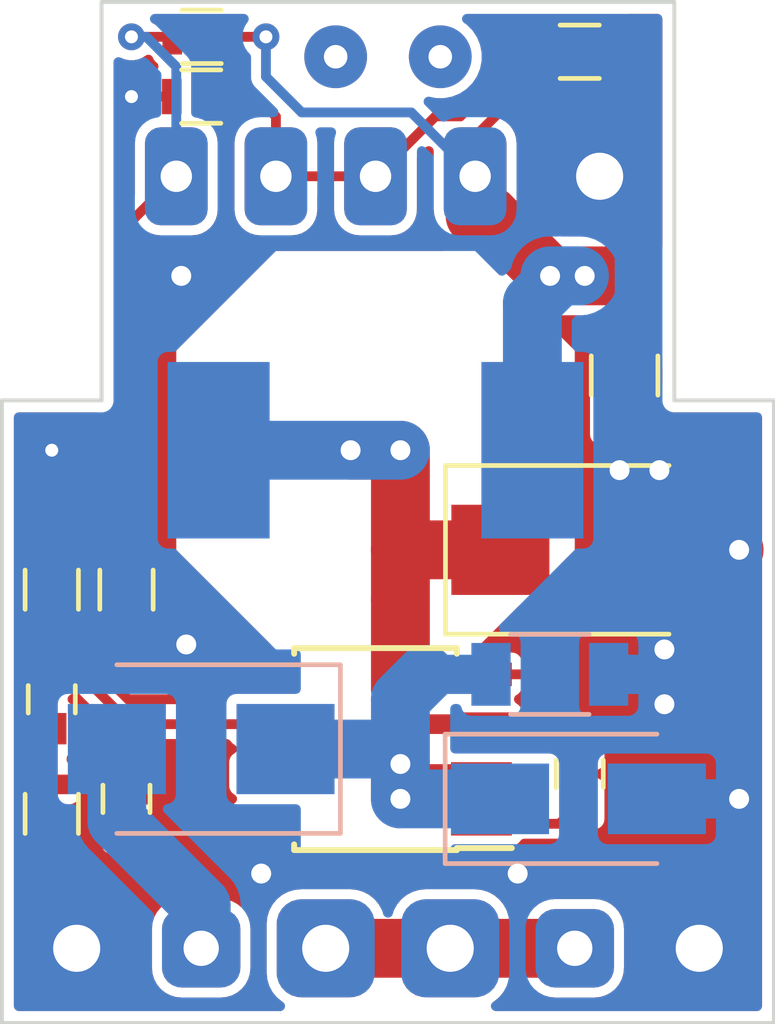
<source format=kicad_pcb>
(kicad_pcb (version 20171130) (host pcbnew 5.0.1-33cea8e~68~ubuntu16.04.1)

  (general
    (thickness 0.8)
    (drawings 8)
    (tracks 167)
    (zones 0)
    (modules 28)
    (nets 17)
  )

  (page A4)
  (layers
    (0 F.Cu jumper)
    (31 B.Cu signal)
    (36 B.SilkS user)
    (37 F.SilkS user)
    (38 B.Mask user)
    (39 F.Mask user)
    (44 Edge.Cuts user)
    (45 Margin user)
    (46 B.CrtYd user)
    (47 F.CrtYd user)
  )

  (setup
    (last_trace_width 0.1524)
    (user_trace_width 0.25)
    (user_trace_width 0.5)
    (user_trace_width 0.75)
    (user_trace_width 1)
    (user_trace_width 1.5)
    (user_trace_width 2)
    (trace_clearance 0.1524)
    (zone_clearance 0.381)
    (zone_45_only yes)
    (trace_min 0.1524)
    (segment_width 0.2)
    (edge_width 0.1)
    (via_size 0.6858)
    (via_drill 0.3302)
    (via_min_size 0.508)
    (via_min_drill 0.254)
    (uvia_size 0.6858)
    (uvia_drill 0.3302)
    (uvias_allowed no)
    (uvia_min_size 0.2)
    (uvia_min_drill 0.1)
    (pcb_text_width 0.3)
    (pcb_text_size 1.5 1.5)
    (mod_edge_width 0.15)
    (mod_text_size 1 1)
    (mod_text_width 0.15)
    (pad_size 2.5 2.5)
    (pad_drill 1.2)
    (pad_to_mask_clearance 0.0508)
    (solder_mask_min_width 0.25)
    (aux_axis_origin 0 0)
    (visible_elements FFFFFFFF)
    (pcbplotparams
      (layerselection 0x00030_80000001)
      (usegerberextensions false)
      (usegerberattributes false)
      (usegerberadvancedattributes false)
      (creategerberjobfile false)
      (excludeedgelayer true)
      (linewidth 0.500000)
      (plotframeref false)
      (viasonmask false)
      (mode 1)
      (useauxorigin false)
      (hpglpennumber 1)
      (hpglpenspeed 20)
      (hpglpendiameter 15.000000)
      (psnegative false)
      (psa4output false)
      (plotreference true)
      (plotvalue true)
      (plotinvisibletext false)
      (padsonsilk false)
      (subtractmaskfromsilk false)
      (outputformat 1)
      (mirror false)
      (drillshape 1)
      (scaleselection 1)
      (outputdirectory ""))
  )

  (net 0 "")
  (net 1 "Net-(C1-Pad1)")
  (net 2 GNDD)
  (net 3 "Net-(C2-Pad2)")
  (net 4 "Net-(C2-Pad1)")
  (net 5 "Net-(C3-Pad1)")
  (net 6 "Net-(C3-Pad2)")
  (net 7 "Net-(DM1-Pad1)")
  (net 8 "Net-(R2-Pad2)")
  (net 9 "Net-(R3-Pad1)")
  (net 10 "Net-(12V1-Pad1)")
  (net 11 "Net-(D1-Pad2)")
  (net 12 "Net-(5V1-Pad1)")
  (net 13 "Net-(U4-Pad1)")
  (net 14 "Net-(U5-Pad1)")
  (net 15 "Net-(U1-Pad7)")
  (net 16 "Net-(U1-Pad8)")

  (net_class Default "This is the default net class."
    (clearance 0.1524)
    (trace_width 0.1524)
    (via_dia 0.6858)
    (via_drill 0.3302)
    (uvia_dia 0.6858)
    (uvia_drill 0.3302)
    (add_net GNDD)
    (add_net "Net-(12V1-Pad1)")
    (add_net "Net-(5V1-Pad1)")
    (add_net "Net-(C1-Pad1)")
    (add_net "Net-(C2-Pad1)")
    (add_net "Net-(C2-Pad2)")
    (add_net "Net-(C3-Pad1)")
    (add_net "Net-(C3-Pad2)")
    (add_net "Net-(D1-Pad2)")
    (add_net "Net-(DM1-Pad1)")
    (add_net "Net-(R2-Pad2)")
    (add_net "Net-(R3-Pad1)")
    (add_net "Net-(U1-Pad7)")
    (add_net "Net-(U1-Pad8)")
    (add_net "Net-(U4-Pad1)")
    (add_net "Net-(U5-Pad1)")
  )

  (module Capacitors_SMD:C_0805 (layer F.Cu) (tedit 58AA8463) (tstamp 5BE7DA9E)
    (at 155.575 104.14 90)
    (descr "Capacitor SMD 0805, reflow soldering, AVX (see smccp.pdf)")
    (tags "capacitor 0805")
    (path /5BE86F55)
    (attr smd)
    (fp_text reference C5 (at 0 -1.5 90) (layer F.SilkS) hide
      (effects (font (size 1 1) (thickness 0.15)))
    )
    (fp_text value 47uF (at 0 1.75 90) (layer F.Fab)
      (effects (font (size 1 1) (thickness 0.15)))
    )
    (fp_text user %R (at 0 -1.5 90) (layer F.Fab)
      (effects (font (size 1 1) (thickness 0.15)))
    )
    (fp_line (start -1 0.62) (end -1 -0.62) (layer F.Fab) (width 0.1))
    (fp_line (start 1 0.62) (end -1 0.62) (layer F.Fab) (width 0.1))
    (fp_line (start 1 -0.62) (end 1 0.62) (layer F.Fab) (width 0.1))
    (fp_line (start -1 -0.62) (end 1 -0.62) (layer F.Fab) (width 0.1))
    (fp_line (start 0.5 -0.85) (end -0.5 -0.85) (layer F.SilkS) (width 0.12))
    (fp_line (start -0.5 0.85) (end 0.5 0.85) (layer F.SilkS) (width 0.12))
    (fp_line (start -1.75 -0.88) (end 1.75 -0.88) (layer F.CrtYd) (width 0.05))
    (fp_line (start -1.75 -0.88) (end -1.75 0.87) (layer F.CrtYd) (width 0.05))
    (fp_line (start 1.75 0.87) (end 1.75 -0.88) (layer F.CrtYd) (width 0.05))
    (fp_line (start 1.75 0.87) (end -1.75 0.87) (layer F.CrtYd) (width 0.05))
    (pad 1 smd rect (at -1 0 90) (size 1 1.25) (layers F.Cu F.Paste F.Mask)
      (net 2 GNDD))
    (pad 2 smd rect (at 1 0 90) (size 1 1.25) (layers F.Cu F.Paste F.Mask)
      (net 12 "Net-(5V1-Pad1)"))
    (model Capacitors_SMD.3dshapes/C_0805.wrl
      (at (xyz 0 0 0))
      (scale (xyz 1 1 1))
      (rotate (xyz 0 0 0))
    )
  )

  (module Housings_SOIC:SOIC-8_3.9x4.9mm_Pitch1.27mm (layer F.Cu) (tedit 58CD0CDA) (tstamp 5BE7DB8A)
    (at 149.225 113.665 180)
    (descr "8-Lead Plastic Small Outline (SN) - Narrow, 3.90 mm Body [SOIC] (see Microchip Packaging Specification 00000049BS.pdf)")
    (tags "SOIC 1.27")
    (path /5BE4EA4B)
    (attr smd)
    (fp_text reference U1 (at 0 -3.5 180) (layer F.SilkS) hide
      (effects (font (size 1 1) (thickness 0.15)))
    )
    (fp_text value MP1580 (at 0 3.5 180) (layer F.Fab)
      (effects (font (size 1 1) (thickness 0.15)))
    )
    (fp_text user %R (at 0 0 180) (layer F.Fab)
      (effects (font (size 1 1) (thickness 0.15)))
    )
    (fp_line (start -0.95 -2.45) (end 1.95 -2.45) (layer F.Fab) (width 0.1))
    (fp_line (start 1.95 -2.45) (end 1.95 2.45) (layer F.Fab) (width 0.1))
    (fp_line (start 1.95 2.45) (end -1.95 2.45) (layer F.Fab) (width 0.1))
    (fp_line (start -1.95 2.45) (end -1.95 -1.45) (layer F.Fab) (width 0.1))
    (fp_line (start -1.95 -1.45) (end -0.95 -2.45) (layer F.Fab) (width 0.1))
    (fp_line (start -3.73 -2.7) (end -3.73 2.7) (layer F.CrtYd) (width 0.05))
    (fp_line (start 3.73 -2.7) (end 3.73 2.7) (layer F.CrtYd) (width 0.05))
    (fp_line (start -3.73 -2.7) (end 3.73 -2.7) (layer F.CrtYd) (width 0.05))
    (fp_line (start -3.73 2.7) (end 3.73 2.7) (layer F.CrtYd) (width 0.05))
    (fp_line (start -2.075 -2.575) (end -2.075 -2.525) (layer F.SilkS) (width 0.15))
    (fp_line (start 2.075 -2.575) (end 2.075 -2.43) (layer F.SilkS) (width 0.15))
    (fp_line (start 2.075 2.575) (end 2.075 2.43) (layer F.SilkS) (width 0.15))
    (fp_line (start -2.075 2.575) (end -2.075 2.43) (layer F.SilkS) (width 0.15))
    (fp_line (start -2.075 -2.575) (end 2.075 -2.575) (layer F.SilkS) (width 0.15))
    (fp_line (start -2.075 2.575) (end 2.075 2.575) (layer F.SilkS) (width 0.15))
    (fp_line (start -2.075 -2.525) (end -3.475 -2.525) (layer F.SilkS) (width 0.15))
    (pad 1 smd rect (at -2.7 -1.905 180) (size 1.55 0.6) (layers F.Cu F.Paste F.Mask)
      (net 6 "Net-(C3-Pad2)"))
    (pad 2 smd rect (at -2.7 -0.635 180) (size 1.55 0.6) (layers F.Cu F.Paste F.Mask)
      (net 1 "Net-(C1-Pad1)"))
    (pad 3 smd rect (at -2.7 0.635 180) (size 1.55 0.6) (layers F.Cu F.Paste F.Mask)
      (net 5 "Net-(C3-Pad1)"))
    (pad 4 smd rect (at -2.7 1.905 180) (size 1.55 0.6) (layers F.Cu F.Paste F.Mask)
      (net 2 GNDD))
    (pad 5 smd rect (at 2.7 1.905 180) (size 1.55 0.6) (layers F.Cu F.Paste F.Mask)
      (net 8 "Net-(R2-Pad2)"))
    (pad 6 smd rect (at 2.7 0.635 180) (size 1.55 0.6) (layers F.Cu F.Paste F.Mask)
      (net 3 "Net-(C2-Pad2)"))
    (pad 7 smd rect (at 2.7 -0.635 180) (size 1.55 0.6) (layers F.Cu F.Paste F.Mask)
      (net 15 "Net-(U1-Pad7)"))
    (pad 8 smd rect (at 2.7 -1.905 180) (size 1.55 0.6) (layers F.Cu F.Paste F.Mask)
      (net 16 "Net-(U1-Pad8)"))
    (model ${KISYS3DMOD}/Housings_SOIC.3dshapes/SOIC-8_3.9x4.9mm_Pitch1.27mm.wrl
      (at (xyz 0 0 0))
      (scale (xyz 1 1 1))
      (rotate (xyz 0 0 0))
    )
  )

  (module MyKiCAD:VIA-0.8-1.6x2.5sq (layer F.Cu) (tedit 5BF2431F) (tstamp 5BF2504F)
    (at 146.685 99.06)
    (path /5BE7CB9D)
    (fp_text reference DM1 (at 0 1.27) (layer F.SilkS) hide
      (effects (font (size 1 1) (thickness 0.15)))
    )
    (fp_text value TEST_1P (at 0 -1.27) (layer F.Fab)
      (effects (font (size 1 1) (thickness 0.15)))
    )
    (pad 1 thru_hole roundrect (at 0 0) (size 1.6 2.5) (drill 0.8) (layers *.Cu *.Mask) (roundrect_rratio 0.25)
      (net 7 "Net-(DM1-Pad1)") (zone_connect 2))
  )

  (module MyKiCAD:VIA-0.8-1.6x2.5sq (layer F.Cu) (tedit 5BF2431F) (tstamp 5BF2504B)
    (at 144.145 99.06)
    (path /5A9548A9)
    (fp_text reference VFB1 (at 0 1.27) (layer F.SilkS) hide
      (effects (font (size 1 1) (thickness 0.15)))
    )
    (fp_text value TEST_1P (at 0 -1.27) (layer F.Fab)
      (effects (font (size 1 1) (thickness 0.15)))
    )
    (pad 1 thru_hole roundrect (at 0 0) (size 1.6 2.5) (drill 0.8) (layers *.Cu *.Mask) (roundrect_rratio 0.25)
      (net 9 "Net-(R3-Pad1)") (zone_connect 2))
  )

  (module MyKiCAD:VIA-0.8-1.6x2.5sq (layer F.Cu) (tedit 5BF2431F) (tstamp 5BF2503F)
    (at 149.225 99.06)
    (path /5BEA5301)
    (fp_text reference DP1 (at 0 1.27) (layer F.SilkS) hide
      (effects (font (size 1 1) (thickness 0.15)))
    )
    (fp_text value TEST_1P (at 0 -1.27) (layer F.Fab)
      (effects (font (size 1 1) (thickness 0.15)))
    )
    (pad 1 thru_hole roundrect (at 0 0) (size 1.6 2.5) (drill 0.8) (layers *.Cu *.Mask) (roundrect_rratio 0.25)
      (net 7 "Net-(DM1-Pad1)") (zone_connect 2))
  )

  (module MyKiCAD:VIA-0.8-1.6x2.5sq (layer F.Cu) (tedit 5BF2431F) (tstamp 5BF24ABF)
    (at 151.765 99.06)
    (path /5A9547F7)
    (fp_text reference 5V1 (at 0 1.27) (layer F.SilkS) hide
      (effects (font (size 1 1) (thickness 0.15)))
    )
    (fp_text value TEST_1P (at 0 -1.27) (layer F.Fab)
      (effects (font (size 1 1) (thickness 0.15)))
    )
    (pad 1 thru_hole roundrect (at 0 0) (size 1.6 2.5) (drill 0.8) (layers *.Cu *.Mask) (roundrect_rratio 0.25)
      (net 12 "Net-(5V1-Pad1)") (zone_connect 2))
  )

  (module MyKiCAD:VIA-1.2-2.5MM (layer F.Cu) (tedit 5BF231A4) (tstamp 5BF2430A)
    (at 154.94 99.06)
    (path /5BE53A99)
    (fp_text reference GND3 (at 0 1.27) (layer F.SilkS) hide
      (effects (font (size 1 1) (thickness 0.15)))
    )
    (fp_text value TEST_1P (at 0 -1.27) (layer F.Fab) hide
      (effects (font (size 1 1) (thickness 0.15)))
    )
    (pad 1 thru_hole roundrect (at 0 0) (size 2.5 2.5) (drill 1.2) (layers *.Cu *.Mask) (roundrect_rratio 0.25)
      (net 2 GNDD) (zone_connect 2))
  )

  (module MyKiCAD:VIA-1.2-2.5MM (layer F.Cu) (tedit 5BF231A4) (tstamp 5BF23DC2)
    (at 151.13 118.745)
    (path /5A954668)
    (fp_text reference 12V1 (at 0 1.27) (layer F.SilkS) hide
      (effects (font (size 1 1) (thickness 0.15)))
    )
    (fp_text value TEST_1P (at 0 -1.27) (layer F.Fab) hide
      (effects (font (size 1 1) (thickness 0.15)))
    )
    (pad 1 thru_hole roundrect (at 0 0) (size 2.5 2.5) (drill 1.2) (layers *.Cu *.Mask) (roundrect_rratio 0.25)
      (net 10 "Net-(12V1-Pad1)") (zone_connect 2))
  )

  (module MyKiCAD:VIA-1.2-2.5MM (layer F.Cu) (tedit 5BF231A4) (tstamp 5BF23DB6)
    (at 157.48 118.745)
    (path /5A954755)
    (fp_text reference GND2 (at 0 1.27) (layer F.SilkS) hide
      (effects (font (size 1 1) (thickness 0.15)))
    )
    (fp_text value TEST_1P (at 0 -1.27) (layer F.Fab) hide
      (effects (font (size 1 1) (thickness 0.15)))
    )
    (pad 1 thru_hole roundrect (at 0 0) (size 2.5 2.5) (drill 1.2) (layers *.Cu *.Mask) (roundrect_rratio 0.25)
      (net 2 GNDD) (zone_connect 2))
  )

  (module MyKiCAD:VIA-1.2-2.5MM (layer F.Cu) (tedit 5BF231A4) (tstamp 5BF23DB2)
    (at 147.955 118.745)
    (path /5BE88EFD)
    (fp_text reference 12V2 (at 0 1.27) (layer F.SilkS) hide
      (effects (font (size 1 1) (thickness 0.15)))
    )
    (fp_text value TEST_1P (at 0 -1.27) (layer F.Fab) hide
      (effects (font (size 1 1) (thickness 0.15)))
    )
    (pad 1 thru_hole roundrect (at 0 0) (size 2.5 2.5) (drill 1.2) (layers *.Cu *.Mask) (roundrect_rratio 0.25)
      (net 10 "Net-(12V1-Pad1)") (zone_connect 2))
  )

  (module MyKiCAD:VIA-1.2-2.5MM (layer F.Cu) (tedit 5BF231A4) (tstamp 5BF2384A)
    (at 141.605 118.745)
    (path /5BE88F45)
    (fp_text reference GND1 (at 0 1.27) (layer F.SilkS) hide
      (effects (font (size 1 1) (thickness 0.15)))
    )
    (fp_text value TEST_1P (at 0 -1.27) (layer F.Fab) hide
      (effects (font (size 1 1) (thickness 0.15)))
    )
    (pad 1 thru_hole roundrect (at 0 0) (size 2.5 2.5) (drill 1.2) (layers *.Cu *.Mask) (roundrect_rratio 0.25)
      (net 2 GNDD) (zone_connect 2))
  )

  (module Capacitors_SMD:C_1206 (layer B.Cu) (tedit 5BF8C8FB) (tstamp 5BF3AA95)
    (at 153.67 111.76)
    (descr "Capacitor SMD 1206, reflow soldering, AVX (see smccp.pdf)")
    (tags "capacitor 1206")
    (path /5A8DD0BC)
    (attr smd)
    (fp_text reference C1 (at 0 1.75) (layer B.SilkS) hide
      (effects (font (size 1 1) (thickness 0.15)) (justify mirror))
    )
    (fp_text value 10uF/35V (at 0 -2) (layer B.Fab)
      (effects (font (size 1 1) (thickness 0.15)) (justify mirror))
    )
    (fp_text user %R (at 0 1.75) (layer B.Fab)
      (effects (font (size 1 1) (thickness 0.15)) (justify mirror))
    )
    (fp_line (start -1.6 -0.8) (end -1.6 0.8) (layer B.Fab) (width 0.1))
    (fp_line (start 1.6 -0.8) (end -1.6 -0.8) (layer B.Fab) (width 0.1))
    (fp_line (start 1.6 0.8) (end 1.6 -0.8) (layer B.Fab) (width 0.1))
    (fp_line (start -1.6 0.8) (end 1.6 0.8) (layer B.Fab) (width 0.1))
    (fp_line (start 1 1.02) (end -1 1.02) (layer B.SilkS) (width 0.12))
    (fp_line (start -1 -1.02) (end 1 -1.02) (layer B.SilkS) (width 0.12))
    (fp_line (start -2.25 1.05) (end 2.25 1.05) (layer B.CrtYd) (width 0.05))
    (fp_line (start -2.25 1.05) (end -2.25 -1.05) (layer B.CrtYd) (width 0.05))
    (fp_line (start 2.25 -1.05) (end 2.25 1.05) (layer B.CrtYd) (width 0.05))
    (fp_line (start 2.25 -1.05) (end -2.25 -1.05) (layer B.CrtYd) (width 0.05))
    (pad 1 smd rect (at -1.5 0) (size 1 1.6) (layers B.Cu B.Paste B.Mask)
      (net 1 "Net-(C1-Pad1)"))
    (pad 2 smd rect (at 1.5 0) (size 1 1.6) (layers B.Cu B.Paste B.Mask)
      (net 2 GNDD))
    (model Capacitors_SMD.3dshapes/C_1206.wrl
      (at (xyz 0 0 0))
      (scale (xyz 1 1 1))
      (rotate (xyz 0 0 0))
    )
  )

  (module Capacitors_SMD:C_0603 (layer F.Cu) (tedit 59958EE7) (tstamp 5BF25CDA)
    (at 140.97 112.395 90)
    (descr "Capacitor SMD 0603, reflow soldering, AVX (see smccp.pdf)")
    (tags "capacitor 0603")
    (path /5BE8A70C)
    (attr smd)
    (fp_text reference C2 (at 0 1.524 90) (layer F.SilkS) hide
      (effects (font (size 1 1) (thickness 0.15)))
    )
    (fp_text value 4n7 (at 0 1.5 90) (layer F.Fab)
      (effects (font (size 1 1) (thickness 0.15)))
    )
    (fp_line (start 1.4 0.65) (end -1.4 0.65) (layer F.CrtYd) (width 0.05))
    (fp_line (start 1.4 0.65) (end 1.4 -0.65) (layer F.CrtYd) (width 0.05))
    (fp_line (start -1.4 -0.65) (end -1.4 0.65) (layer F.CrtYd) (width 0.05))
    (fp_line (start -1.4 -0.65) (end 1.4 -0.65) (layer F.CrtYd) (width 0.05))
    (fp_line (start 0.35 0.6) (end -0.35 0.6) (layer F.SilkS) (width 0.12))
    (fp_line (start -0.35 -0.6) (end 0.35 -0.6) (layer F.SilkS) (width 0.12))
    (fp_line (start -0.8 -0.4) (end 0.8 -0.4) (layer F.Fab) (width 0.1))
    (fp_line (start 0.8 -0.4) (end 0.8 0.4) (layer F.Fab) (width 0.1))
    (fp_line (start 0.8 0.4) (end -0.8 0.4) (layer F.Fab) (width 0.1))
    (fp_line (start -0.8 0.4) (end -0.8 -0.4) (layer F.Fab) (width 0.1))
    (fp_text user %R (at 0 0 90) (layer F.Fab)
      (effects (font (size 0.3 0.3) (thickness 0.075)))
    )
    (pad 2 smd rect (at 0.75 0 90) (size 0.8 0.75) (layers F.Cu F.Paste F.Mask)
      (net 3 "Net-(C2-Pad2)"))
    (pad 1 smd rect (at -0.75 0 90) (size 0.8 0.75) (layers F.Cu F.Paste F.Mask)
      (net 4 "Net-(C2-Pad1)"))
    (model Capacitors_SMD.3dshapes/C_0603.wrl
      (at (xyz 0 0 0))
      (scale (xyz 1 1 1))
      (rotate (xyz 0 0 0))
    )
  )

  (module Capacitors_SMD:C_0603 (layer F.Cu) (tedit 59958EE7) (tstamp 5BF25642)
    (at 154.432 114.3 270)
    (descr "Capacitor SMD 0603, reflow soldering, AVX (see smccp.pdf)")
    (tags "capacitor 0603")
    (path /5BE4F573)
    (attr smd)
    (fp_text reference C3 (at 0 -1.5 270) (layer F.SilkS) hide
      (effects (font (size 1 1) (thickness 0.15)))
    )
    (fp_text value 10n (at 0 1.5 270) (layer F.Fab)
      (effects (font (size 1 1) (thickness 0.15)))
    )
    (fp_line (start 1.4 0.65) (end -1.4 0.65) (layer F.CrtYd) (width 0.05))
    (fp_line (start 1.4 0.65) (end 1.4 -0.65) (layer F.CrtYd) (width 0.05))
    (fp_line (start -1.4 -0.65) (end -1.4 0.65) (layer F.CrtYd) (width 0.05))
    (fp_line (start -1.4 -0.65) (end 1.4 -0.65) (layer F.CrtYd) (width 0.05))
    (fp_line (start 0.35 0.6) (end -0.35 0.6) (layer F.SilkS) (width 0.12))
    (fp_line (start -0.35 -0.6) (end 0.35 -0.6) (layer F.SilkS) (width 0.12))
    (fp_line (start -0.8 -0.4) (end 0.8 -0.4) (layer F.Fab) (width 0.1))
    (fp_line (start 0.8 -0.4) (end 0.8 0.4) (layer F.Fab) (width 0.1))
    (fp_line (start 0.8 0.4) (end -0.8 0.4) (layer F.Fab) (width 0.1))
    (fp_line (start -0.8 0.4) (end -0.8 -0.4) (layer F.Fab) (width 0.1))
    (fp_text user %R (at 0 0 270) (layer F.Fab)
      (effects (font (size 0.3 0.3) (thickness 0.075)))
    )
    (pad 2 smd rect (at 0.75 0 270) (size 0.8 0.75) (layers F.Cu F.Paste F.Mask)
      (net 6 "Net-(C3-Pad2)"))
    (pad 1 smd rect (at -0.75 0 270) (size 0.8 0.75) (layers F.Cu F.Paste F.Mask)
      (net 5 "Net-(C3-Pad1)"))
    (model Capacitors_SMD.3dshapes/C_0603.wrl
      (at (xyz 0 0 0))
      (scale (xyz 1 1 1))
      (rotate (xyz 0 0 0))
    )
  )

  (module Capacitors_SMD:C_0603 (layer F.Cu) (tedit 59958EE7) (tstamp 5BF1DE0F)
    (at 142.875 114.935 90)
    (descr "Capacitor SMD 0603, reflow soldering, AVX (see smccp.pdf)")
    (tags "capacitor 0603")
    (path /5BE8A7B8)
    (attr smd)
    (fp_text reference C4 (at 0 1.524 180) (layer F.SilkS) hide
      (effects (font (size 1 1) (thickness 0.15)))
    )
    (fp_text value 4n7 (at 0 1.5 90) (layer F.Fab)
      (effects (font (size 1 1) (thickness 0.15)))
    )
    (fp_line (start 1.4 0.65) (end -1.4 0.65) (layer F.CrtYd) (width 0.05))
    (fp_line (start 1.4 0.65) (end 1.4 -0.65) (layer F.CrtYd) (width 0.05))
    (fp_line (start -1.4 -0.65) (end -1.4 0.65) (layer F.CrtYd) (width 0.05))
    (fp_line (start -1.4 -0.65) (end 1.4 -0.65) (layer F.CrtYd) (width 0.05))
    (fp_line (start 0.35 0.6) (end -0.35 0.6) (layer F.SilkS) (width 0.12))
    (fp_line (start -0.35 -0.6) (end 0.35 -0.6) (layer F.SilkS) (width 0.12))
    (fp_line (start -0.8 -0.4) (end 0.8 -0.4) (layer F.Fab) (width 0.1))
    (fp_line (start 0.8 -0.4) (end 0.8 0.4) (layer F.Fab) (width 0.1))
    (fp_line (start 0.8 0.4) (end -0.8 0.4) (layer F.Fab) (width 0.1))
    (fp_line (start -0.8 0.4) (end -0.8 -0.4) (layer F.Fab) (width 0.1))
    (fp_text user %R (at 0 0 90) (layer F.Fab)
      (effects (font (size 0.3 0.3) (thickness 0.075)))
    )
    (pad 2 smd rect (at 0.75 0 90) (size 0.8 0.75) (layers F.Cu F.Paste F.Mask)
      (net 3 "Net-(C2-Pad2)"))
    (pad 1 smd rect (at -0.75 0 90) (size 0.8 0.75) (layers F.Cu F.Paste F.Mask)
      (net 2 GNDD))
    (model Capacitors_SMD.3dshapes/C_0603.wrl
      (at (xyz 0 0 0))
      (scale (xyz 1 1 1))
      (rotate (xyz 0 0 0))
    )
  )

  (module Diodes_SMD:D_SMB (layer B.Cu) (tedit 5BF8C8F5) (tstamp 5BE7DAB6)
    (at 144.78 113.665 180)
    (descr "Diode SMB (DO-214AA)")
    (tags "Diode SMB (DO-214AA)")
    (path /5A8DCFD6)
    (attr smd)
    (fp_text reference D1 (at 0 3 180) (layer B.SilkS) hide
      (effects (font (size 1 1) (thickness 0.15)) (justify mirror))
    )
    (fp_text value S3JB (at 0 -3.1 180) (layer B.Fab)
      (effects (font (size 1 1) (thickness 0.15)) (justify mirror))
    )
    (fp_text user %R (at 0 3 180) (layer B.Fab)
      (effects (font (size 1 1) (thickness 0.15)) (justify mirror))
    )
    (fp_line (start -3.55 2.15) (end -3.55 -2.15) (layer B.SilkS) (width 0.12))
    (fp_line (start 2.3 -2) (end -2.3 -2) (layer B.Fab) (width 0.1))
    (fp_line (start -2.3 -2) (end -2.3 2) (layer B.Fab) (width 0.1))
    (fp_line (start 2.3 2) (end 2.3 -2) (layer B.Fab) (width 0.1))
    (fp_line (start 2.3 2) (end -2.3 2) (layer B.Fab) (width 0.1))
    (fp_line (start -3.65 2.25) (end 3.65 2.25) (layer B.CrtYd) (width 0.05))
    (fp_line (start 3.65 2.25) (end 3.65 -2.25) (layer B.CrtYd) (width 0.05))
    (fp_line (start 3.65 -2.25) (end -3.65 -2.25) (layer B.CrtYd) (width 0.05))
    (fp_line (start -3.65 -2.25) (end -3.65 2.25) (layer B.CrtYd) (width 0.05))
    (fp_line (start -0.64944 -0.00102) (end -1.55114 -0.00102) (layer B.Fab) (width 0.1))
    (fp_line (start 0.50118 -0.00102) (end 1.4994 -0.00102) (layer B.Fab) (width 0.1))
    (fp_line (start -0.64944 0.79908) (end -0.64944 -0.80112) (layer B.Fab) (width 0.1))
    (fp_line (start 0.50118 -0.75032) (end 0.50118 0.79908) (layer B.Fab) (width 0.1))
    (fp_line (start -0.64944 -0.00102) (end 0.50118 -0.75032) (layer B.Fab) (width 0.1))
    (fp_line (start -0.64944 -0.00102) (end 0.50118 0.79908) (layer B.Fab) (width 0.1))
    (fp_line (start -3.55 -2.15) (end 2.15 -2.15) (layer B.SilkS) (width 0.12))
    (fp_line (start -3.55 2.15) (end 2.15 2.15) (layer B.SilkS) (width 0.12))
    (pad 1 smd rect (at -2.15 0 180) (size 2.5 2.3) (layers B.Cu B.Paste B.Mask)
      (net 1 "Net-(C1-Pad1)"))
    (pad 2 smd rect (at 2.15 0 180) (size 2.5 2.3) (layers B.Cu B.Paste B.Mask)
      (net 11 "Net-(D1-Pad2)"))
    (model ${KISYS3DMOD}/Diodes_SMD.3dshapes/D_SMB.wrl
      (at (xyz 0 0 0))
      (scale (xyz 1 1 1))
      (rotate (xyz 0 0 0))
    )
  )

  (module Diodes_SMD:D_SMA (layer B.Cu) (tedit 5BF8C8FF) (tstamp 5BE7DACE)
    (at 154.4 114.935)
    (descr "Diode SMA (DO-214AC)")
    (tags "Diode SMA (DO-214AC)")
    (path /5A8DCE57)
    (attr smd)
    (fp_text reference D2 (at 0 2.5) (layer B.SilkS) hide
      (effects (font (size 1 1) (thickness 0.15)) (justify mirror))
    )
    (fp_text value TPSMA6L16A (at 0 -2.6) (layer B.Fab)
      (effects (font (size 1 1) (thickness 0.15)) (justify mirror))
    )
    (fp_text user %R (at 0 2.5) (layer B.Fab)
      (effects (font (size 1 1) (thickness 0.15)) (justify mirror))
    )
    (fp_line (start -3.4 1.65) (end -3.4 -1.65) (layer B.SilkS) (width 0.12))
    (fp_line (start 2.3 -1.5) (end -2.3 -1.5) (layer B.Fab) (width 0.1))
    (fp_line (start -2.3 -1.5) (end -2.3 1.5) (layer B.Fab) (width 0.1))
    (fp_line (start 2.3 1.5) (end 2.3 -1.5) (layer B.Fab) (width 0.1))
    (fp_line (start 2.3 1.5) (end -2.3 1.5) (layer B.Fab) (width 0.1))
    (fp_line (start -3.5 1.75) (end 3.5 1.75) (layer B.CrtYd) (width 0.05))
    (fp_line (start 3.5 1.75) (end 3.5 -1.75) (layer B.CrtYd) (width 0.05))
    (fp_line (start 3.5 -1.75) (end -3.5 -1.75) (layer B.CrtYd) (width 0.05))
    (fp_line (start -3.5 -1.75) (end -3.5 1.75) (layer B.CrtYd) (width 0.05))
    (fp_line (start -0.64944 -0.00102) (end -1.55114 -0.00102) (layer B.Fab) (width 0.1))
    (fp_line (start 0.50118 -0.00102) (end 1.4994 -0.00102) (layer B.Fab) (width 0.1))
    (fp_line (start -0.64944 0.79908) (end -0.64944 -0.80112) (layer B.Fab) (width 0.1))
    (fp_line (start 0.50118 -0.75032) (end 0.50118 0.79908) (layer B.Fab) (width 0.1))
    (fp_line (start -0.64944 -0.00102) (end 0.50118 -0.75032) (layer B.Fab) (width 0.1))
    (fp_line (start -0.64944 -0.00102) (end 0.50118 0.79908) (layer B.Fab) (width 0.1))
    (fp_line (start -3.4 -1.65) (end 2 -1.65) (layer B.SilkS) (width 0.12))
    (fp_line (start -3.4 1.65) (end 2 1.65) (layer B.SilkS) (width 0.12))
    (pad 1 smd rect (at -2 0) (size 2.5 1.8) (layers B.Cu B.Paste B.Mask)
      (net 1 "Net-(C1-Pad1)"))
    (pad 2 smd rect (at 2 0) (size 2.5 1.8) (layers B.Cu B.Paste B.Mask)
      (net 2 GNDD))
    (model ${KISYS3DMOD}/Diodes_SMD.3dshapes/D_SMA.wrl
      (at (xyz 0 0 0))
      (scale (xyz 1 1 1))
      (rotate (xyz 0 0 0))
    )
  )

  (module Diodes_SMD:D_SMB (layer F.Cu) (tedit 58645DF3) (tstamp 5BF5067D)
    (at 154.559 108.585)
    (descr "Diode SMB (DO-214AA)")
    (tags "Diode SMB (DO-214AA)")
    (path /5A951B97)
    (attr smd)
    (fp_text reference D4 (at 0 -3) (layer F.SilkS) hide
      (effects (font (size 1 1) (thickness 0.15)))
    )
    (fp_text value B230ADICT-ND (at 0 3.1) (layer F.Fab)
      (effects (font (size 1 1) (thickness 0.15)))
    )
    (fp_text user %R (at 0 -3) (layer F.Fab)
      (effects (font (size 1 1) (thickness 0.15)))
    )
    (fp_line (start -3.55 -2.15) (end -3.55 2.15) (layer F.SilkS) (width 0.12))
    (fp_line (start 2.3 2) (end -2.3 2) (layer F.Fab) (width 0.1))
    (fp_line (start -2.3 2) (end -2.3 -2) (layer F.Fab) (width 0.1))
    (fp_line (start 2.3 -2) (end 2.3 2) (layer F.Fab) (width 0.1))
    (fp_line (start 2.3 -2) (end -2.3 -2) (layer F.Fab) (width 0.1))
    (fp_line (start -3.65 -2.25) (end 3.65 -2.25) (layer F.CrtYd) (width 0.05))
    (fp_line (start 3.65 -2.25) (end 3.65 2.25) (layer F.CrtYd) (width 0.05))
    (fp_line (start 3.65 2.25) (end -3.65 2.25) (layer F.CrtYd) (width 0.05))
    (fp_line (start -3.65 2.25) (end -3.65 -2.25) (layer F.CrtYd) (width 0.05))
    (fp_line (start -0.64944 0.00102) (end -1.55114 0.00102) (layer F.Fab) (width 0.1))
    (fp_line (start 0.50118 0.00102) (end 1.4994 0.00102) (layer F.Fab) (width 0.1))
    (fp_line (start -0.64944 -0.79908) (end -0.64944 0.80112) (layer F.Fab) (width 0.1))
    (fp_line (start 0.50118 0.75032) (end 0.50118 -0.79908) (layer F.Fab) (width 0.1))
    (fp_line (start -0.64944 0.00102) (end 0.50118 0.75032) (layer F.Fab) (width 0.1))
    (fp_line (start -0.64944 0.00102) (end 0.50118 -0.79908) (layer F.Fab) (width 0.1))
    (fp_line (start -3.55 2.15) (end 2.15 2.15) (layer F.SilkS) (width 0.12))
    (fp_line (start -3.55 -2.15) (end 2.15 -2.15) (layer F.SilkS) (width 0.12))
    (pad 1 smd rect (at -2.15 0) (size 2.5 2.3) (layers F.Cu F.Paste F.Mask)
      (net 5 "Net-(C3-Pad1)"))
    (pad 2 smd rect (at 2.15 0) (size 2.5 2.3) (layers F.Cu F.Paste F.Mask)
      (net 2 GNDD))
    (model ${KISYS3DMOD}/Diodes_SMD.3dshapes/D_SMB.wrl
      (at (xyz 0 0 0))
      (scale (xyz 1 1 1))
      (rotate (xyz 0 0 0))
    )
  )

  (module MyKiCAD:L_Taiyo-Yuden_NR10050 (layer B.Cu) (tedit 5BF8C903) (tstamp 5BF3AC54)
    (at 149.225 106.045)
    (descr "Inductor, Taiyo Yuden, MD series, Taiyo-Yuden_MD-5050, 5.0mmx5.0mm")
    (tags "inductor taiyo-yuden md smd")
    (path /5A951C5E)
    (attr smd)
    (fp_text reference L1 (at 0 0) (layer B.SilkS) hide
      (effects (font (size 1 1) (thickness 0.15)) (justify mirror))
    )
    (fp_text value 10uH (at 0 -4) (layer B.Fab)
      (effects (font (size 1 1) (thickness 0.15)) (justify mirror))
    )
    (fp_text user %R (at 0 0) (layer B.Fab)
      (effects (font (size 1 1) (thickness 0.15)) (justify mirror))
    )
    (fp_circle (center 0 0) (end 5 0) (layer B.Fab) (width 0.15))
    (fp_circle (center 0 0) (end 5.08 0) (layer B.CrtYd) (width 0.05))
    (pad 2 smd rect (at 4 0) (size 2.6 4.5) (layers B.Cu B.Paste B.Mask)
      (net 12 "Net-(5V1-Pad1)"))
    (pad 1 smd rect (at -4 0) (size 2.6 4.5) (layers B.Cu B.Paste B.Mask)
      (net 5 "Net-(C3-Pad1)"))
    (model ${KISYS3DMOD}/Inductors_SMD.3dshapes/L_Taiyo-Yuden_MD-5050.wrl
      (at (xyz 0 0 0))
      (scale (xyz 1 1 1))
      (rotate (xyz 0 0 0))
    )
  )

  (module Resistors_SMD:R_0603 (layer F.Cu) (tedit 58E0A804) (tstamp 5BE7DB18)
    (at 140.97 115.316 90)
    (descr "Resistor SMD 0603, reflow soldering, Vishay (see dcrcw.pdf)")
    (tags "resistor 0603")
    (path /5BE8A5AD)
    (attr smd)
    (fp_text reference R1 (at -0.127 0.127 180) (layer F.SilkS) hide
      (effects (font (size 1 1) (thickness 0.15)))
    )
    (fp_text value 15k (at 0 1.5 90) (layer F.Fab)
      (effects (font (size 1 1) (thickness 0.15)))
    )
    (fp_text user %R (at 0 0 90) (layer F.Fab)
      (effects (font (size 0.4 0.4) (thickness 0.075)))
    )
    (fp_line (start -0.8 0.4) (end -0.8 -0.4) (layer F.Fab) (width 0.1))
    (fp_line (start 0.8 0.4) (end -0.8 0.4) (layer F.Fab) (width 0.1))
    (fp_line (start 0.8 -0.4) (end 0.8 0.4) (layer F.Fab) (width 0.1))
    (fp_line (start -0.8 -0.4) (end 0.8 -0.4) (layer F.Fab) (width 0.1))
    (fp_line (start 0.5 0.68) (end -0.5 0.68) (layer F.SilkS) (width 0.12))
    (fp_line (start -0.5 -0.68) (end 0.5 -0.68) (layer F.SilkS) (width 0.12))
    (fp_line (start -1.25 -0.7) (end 1.25 -0.7) (layer F.CrtYd) (width 0.05))
    (fp_line (start -1.25 -0.7) (end -1.25 0.7) (layer F.CrtYd) (width 0.05))
    (fp_line (start 1.25 0.7) (end 1.25 -0.7) (layer F.CrtYd) (width 0.05))
    (fp_line (start 1.25 0.7) (end -1.25 0.7) (layer F.CrtYd) (width 0.05))
    (pad 1 smd rect (at -0.75 0 90) (size 0.5 0.9) (layers F.Cu F.Paste F.Mask)
      (net 2 GNDD))
    (pad 2 smd rect (at 0.75 0 90) (size 0.5 0.9) (layers F.Cu F.Paste F.Mask)
      (net 4 "Net-(C2-Pad1)"))
    (model ${KISYS3DMOD}/Resistors_SMD.3dshapes/R_0603.wrl
      (at (xyz 0 0 0))
      (scale (xyz 1 1 1))
      (rotate (xyz 0 0 0))
    )
  )

  (module Resistors_SMD:R_0603 (layer F.Cu) (tedit 58E0A804) (tstamp 5BF39A76)
    (at 140.97 109.601 270)
    (descr "Resistor SMD 0603, reflow soldering, Vishay (see dcrcw.pdf)")
    (tags "resistor 0603")
    (path /5BE55AFF)
    (attr smd)
    (fp_text reference R2 (at -2.159 0 270) (layer F.SilkS) hide
      (effects (font (size 1 1) (thickness 0.15)))
    )
    (fp_text value "10k2 1%" (at 0 1.5 270) (layer F.Fab)
      (effects (font (size 1 1) (thickness 0.15)))
    )
    (fp_text user %R (at 0 0 270) (layer F.Fab)
      (effects (font (size 0.4 0.4) (thickness 0.075)))
    )
    (fp_line (start -0.8 0.4) (end -0.8 -0.4) (layer F.Fab) (width 0.1))
    (fp_line (start 0.8 0.4) (end -0.8 0.4) (layer F.Fab) (width 0.1))
    (fp_line (start 0.8 -0.4) (end 0.8 0.4) (layer F.Fab) (width 0.1))
    (fp_line (start -0.8 -0.4) (end 0.8 -0.4) (layer F.Fab) (width 0.1))
    (fp_line (start 0.5 0.68) (end -0.5 0.68) (layer F.SilkS) (width 0.12))
    (fp_line (start -0.5 -0.68) (end 0.5 -0.68) (layer F.SilkS) (width 0.12))
    (fp_line (start -1.25 -0.7) (end 1.25 -0.7) (layer F.CrtYd) (width 0.05))
    (fp_line (start -1.25 -0.7) (end -1.25 0.7) (layer F.CrtYd) (width 0.05))
    (fp_line (start 1.25 0.7) (end 1.25 -0.7) (layer F.CrtYd) (width 0.05))
    (fp_line (start 1.25 0.7) (end -1.25 0.7) (layer F.CrtYd) (width 0.05))
    (pad 1 smd rect (at -0.75 0 270) (size 0.5 0.9) (layers F.Cu F.Paste F.Mask)
      (net 2 GNDD))
    (pad 2 smd rect (at 0.75 0 270) (size 0.5 0.9) (layers F.Cu F.Paste F.Mask)
      (net 8 "Net-(R2-Pad2)"))
    (model ${KISYS3DMOD}/Resistors_SMD.3dshapes/R_0603.wrl
      (at (xyz 0 0 0))
      (scale (xyz 1 1 1))
      (rotate (xyz 0 0 0))
    )
  )

  (module Resistors_SMD:R_0603 (layer F.Cu) (tedit 58E0A804) (tstamp 5BF8C0E1)
    (at 142.875 109.601 270)
    (descr "Resistor SMD 0603, reflow soldering, Vishay (see dcrcw.pdf)")
    (tags "resistor 0603")
    (path /5BE55A89)
    (attr smd)
    (fp_text reference R3 (at 0 -1.651 270) (layer F.SilkS) hide
      (effects (font (size 1 1) (thickness 0.15)))
    )
    (fp_text value "34k 1%" (at 0 1.5 270) (layer F.Fab)
      (effects (font (size 1 1) (thickness 0.15)))
    )
    (fp_text user %R (at 0 0 270) (layer F.Fab)
      (effects (font (size 0.4 0.4) (thickness 0.075)))
    )
    (fp_line (start -0.8 0.4) (end -0.8 -0.4) (layer F.Fab) (width 0.1))
    (fp_line (start 0.8 0.4) (end -0.8 0.4) (layer F.Fab) (width 0.1))
    (fp_line (start 0.8 -0.4) (end 0.8 0.4) (layer F.Fab) (width 0.1))
    (fp_line (start -0.8 -0.4) (end 0.8 -0.4) (layer F.Fab) (width 0.1))
    (fp_line (start 0.5 0.68) (end -0.5 0.68) (layer F.SilkS) (width 0.12))
    (fp_line (start -0.5 -0.68) (end 0.5 -0.68) (layer F.SilkS) (width 0.12))
    (fp_line (start -1.25 -0.7) (end 1.25 -0.7) (layer F.CrtYd) (width 0.05))
    (fp_line (start -1.25 -0.7) (end -1.25 0.7) (layer F.CrtYd) (width 0.05))
    (fp_line (start 1.25 0.7) (end 1.25 -0.7) (layer F.CrtYd) (width 0.05))
    (fp_line (start 1.25 0.7) (end -1.25 0.7) (layer F.CrtYd) (width 0.05))
    (pad 1 smd rect (at -0.75 0 270) (size 0.5 0.9) (layers F.Cu F.Paste F.Mask)
      (net 9 "Net-(R3-Pad1)"))
    (pad 2 smd rect (at 0.75 0 270) (size 0.5 0.9) (layers F.Cu F.Paste F.Mask)
      (net 8 "Net-(R2-Pad2)"))
    (model ${KISYS3DMOD}/Resistors_SMD.3dshapes/R_0603.wrl
      (at (xyz 0 0 0))
      (scale (xyz 1 1 1))
      (rotate (xyz 0 0 0))
    )
  )

  (module Resistors_SMD:R_0603 (layer F.Cu) (tedit 58E0A804) (tstamp 5BF39E7D)
    (at 144.792 95.504 180)
    (descr "Resistor SMD 0603, reflow soldering, Vishay (see dcrcw.pdf)")
    (tags "resistor 0603")
    (path /5BE5012C)
    (attr smd)
    (fp_text reference R4 (at 0 -1.45 180) (layer F.SilkS) hide
      (effects (font (size 1 1) (thickness 0.15)))
    )
    (fp_text value 56 (at 0 1.5 180) (layer F.Fab)
      (effects (font (size 1 1) (thickness 0.15)))
    )
    (fp_text user %R (at 0 0 180) (layer F.Fab)
      (effects (font (size 0.4 0.4) (thickness 0.075)))
    )
    (fp_line (start -0.8 0.4) (end -0.8 -0.4) (layer F.Fab) (width 0.1))
    (fp_line (start 0.8 0.4) (end -0.8 0.4) (layer F.Fab) (width 0.1))
    (fp_line (start 0.8 -0.4) (end 0.8 0.4) (layer F.Fab) (width 0.1))
    (fp_line (start -0.8 -0.4) (end 0.8 -0.4) (layer F.Fab) (width 0.1))
    (fp_line (start 0.5 0.68) (end -0.5 0.68) (layer F.SilkS) (width 0.12))
    (fp_line (start -0.5 -0.68) (end 0.5 -0.68) (layer F.SilkS) (width 0.12))
    (fp_line (start -1.25 -0.7) (end 1.25 -0.7) (layer F.CrtYd) (width 0.05))
    (fp_line (start -1.25 -0.7) (end -1.25 0.7) (layer F.CrtYd) (width 0.05))
    (fp_line (start 1.25 0.7) (end 1.25 -0.7) (layer F.CrtYd) (width 0.05))
    (fp_line (start 1.25 0.7) (end -1.25 0.7) (layer F.CrtYd) (width 0.05))
    (pad 1 smd rect (at -0.75 0 180) (size 0.5 0.9) (layers F.Cu F.Paste F.Mask)
      (net 12 "Net-(5V1-Pad1)"))
    (pad 2 smd rect (at 0.75 0 180) (size 0.5 0.9) (layers F.Cu F.Paste F.Mask)
      (net 9 "Net-(R3-Pad1)"))
    (model ${KISYS3DMOD}/Resistors_SMD.3dshapes/R_0603.wrl
      (at (xyz 0 0 0))
      (scale (xyz 1 1 1))
      (rotate (xyz 0 0 0))
    )
  )

  (module Resistors_SMD:R_0603 (layer F.Cu) (tedit 58E0A804) (tstamp 5BF3A0F8)
    (at 154.432 95.885 180)
    (descr "Resistor SMD 0603, reflow soldering, Vishay (see dcrcw.pdf)")
    (tags "resistor 0603")
    (path /5BE500E0)
    (attr smd)
    (fp_text reference R5 (at 0 -1.45 180) (layer F.SilkS) hide
      (effects (font (size 1 1) (thickness 0.15)))
    )
    (fp_text value 68k (at 0 1.5 180) (layer F.Fab)
      (effects (font (size 1 1) (thickness 0.15)))
    )
    (fp_text user %R (at 0 0 180) (layer F.Fab)
      (effects (font (size 0.4 0.4) (thickness 0.075)))
    )
    (fp_line (start -0.8 0.4) (end -0.8 -0.4) (layer F.Fab) (width 0.1))
    (fp_line (start 0.8 0.4) (end -0.8 0.4) (layer F.Fab) (width 0.1))
    (fp_line (start 0.8 -0.4) (end 0.8 0.4) (layer F.Fab) (width 0.1))
    (fp_line (start -0.8 -0.4) (end 0.8 -0.4) (layer F.Fab) (width 0.1))
    (fp_line (start 0.5 0.68) (end -0.5 0.68) (layer F.SilkS) (width 0.12))
    (fp_line (start -0.5 -0.68) (end 0.5 -0.68) (layer F.SilkS) (width 0.12))
    (fp_line (start -1.25 -0.7) (end 1.25 -0.7) (layer F.CrtYd) (width 0.05))
    (fp_line (start -1.25 -0.7) (end -1.25 0.7) (layer F.CrtYd) (width 0.05))
    (fp_line (start 1.25 0.7) (end 1.25 -0.7) (layer F.CrtYd) (width 0.05))
    (fp_line (start 1.25 0.7) (end -1.25 0.7) (layer F.CrtYd) (width 0.05))
    (pad 1 smd rect (at -0.75 0 180) (size 0.5 0.9) (layers F.Cu F.Paste F.Mask)
      (net 12 "Net-(5V1-Pad1)"))
    (pad 2 smd rect (at 0.75 0 180) (size 0.5 0.9) (layers F.Cu F.Paste F.Mask)
      (net 7 "Net-(DM1-Pad1)"))
    (model ${KISYS3DMOD}/Resistors_SMD.3dshapes/R_0603.wrl
      (at (xyz 0 0 0))
      (scale (xyz 1 1 1))
      (rotate (xyz 0 0 0))
    )
  )

  (module Resistors_SMD:R_0603 (layer F.Cu) (tedit 58E0A804) (tstamp 5BF1E047)
    (at 144.78 97.028 180)
    (descr "Resistor SMD 0603, reflow soldering, Vishay (see dcrcw.pdf)")
    (tags "resistor 0603")
    (path /5BE4FFE2)
    (attr smd)
    (fp_text reference R6 (at 0 -1.45 180) (layer F.SilkS) hide
      (effects (font (size 1 1) (thickness 0.15)))
    )
    (fp_text value 22k (at 0 1.5 180) (layer F.Fab)
      (effects (font (size 1 1) (thickness 0.15)))
    )
    (fp_text user %R (at 0 0 180) (layer F.Fab)
      (effects (font (size 0.4 0.4) (thickness 0.075)))
    )
    (fp_line (start -0.8 0.4) (end -0.8 -0.4) (layer F.Fab) (width 0.1))
    (fp_line (start 0.8 0.4) (end -0.8 0.4) (layer F.Fab) (width 0.1))
    (fp_line (start 0.8 -0.4) (end 0.8 0.4) (layer F.Fab) (width 0.1))
    (fp_line (start -0.8 -0.4) (end 0.8 -0.4) (layer F.Fab) (width 0.1))
    (fp_line (start 0.5 0.68) (end -0.5 0.68) (layer F.SilkS) (width 0.12))
    (fp_line (start -0.5 -0.68) (end 0.5 -0.68) (layer F.SilkS) (width 0.12))
    (fp_line (start -1.25 -0.7) (end 1.25 -0.7) (layer F.CrtYd) (width 0.05))
    (fp_line (start -1.25 -0.7) (end -1.25 0.7) (layer F.CrtYd) (width 0.05))
    (fp_line (start 1.25 0.7) (end 1.25 -0.7) (layer F.CrtYd) (width 0.05))
    (fp_line (start 1.25 0.7) (end -1.25 0.7) (layer F.CrtYd) (width 0.05))
    (pad 1 smd rect (at -0.75 0 180) (size 0.5 0.9) (layers F.Cu F.Paste F.Mask)
      (net 7 "Net-(DM1-Pad1)"))
    (pad 2 smd rect (at 0.75 0 180) (size 0.5 0.9) (layers F.Cu F.Paste F.Mask)
      (net 2 GNDD))
    (model ${KISYS3DMOD}/Resistors_SMD.3dshapes/R_0603.wrl
      (at (xyz 0 0 0))
      (scale (xyz 1 1 1))
      (rotate (xyz 0 0 0))
    )
  )

  (module MyKiCAD:VIA-0.6MM-1.6MM (layer F.Cu) (tedit 5A6924B4) (tstamp 5BE7DB8F)
    (at 148.209 96.012)
    (path /5A95F679)
    (fp_text reference U4 (at 0 1.27) (layer F.SilkS) hide
      (effects (font (size 1 1) (thickness 0.15)))
    )
    (fp_text value VIA (at 0 -1.27) (layer F.Fab)
      (effects (font (size 1 1) (thickness 0.15)))
    )
    (pad 1 thru_hole circle (at 0 0) (size 1.6 1.6) (drill 0.6) (layers *.Cu)
      (net 13 "Net-(U4-Pad1)") (zone_connect 2))
  )

  (module MyKiCAD:VIA-0.6MM-1.6MM (layer F.Cu) (tedit 5A6924B4) (tstamp 5BE7DB94)
    (at 150.876 96.012)
    (path /5A95F6DA)
    (fp_text reference U5 (at 0 1.27) (layer F.SilkS) hide
      (effects (font (size 1 1) (thickness 0.15)))
    )
    (fp_text value VIA (at 0 -1.27) (layer F.Fab)
      (effects (font (size 1 1) (thickness 0.15)))
    )
    (pad 1 thru_hole circle (at 0 0) (size 1.6 1.6) (drill 0.6) (layers *.Cu)
      (net 14 "Net-(U5-Pad1)") (zone_connect 2))
  )

  (module "MyKiCAD:LittleFuse Fast Fuse Axial" (layer F.Cu) (tedit 5BF8C876) (tstamp 5BF1E392)
    (at 144.78 118.745)
    (path /5BF1FC9C)
    (fp_text reference F1 (at 5.08 -3.175) (layer F.SilkS) hide
      (effects (font (size 1 1) (thickness 0.15)))
    )
    (fp_text value "5A Fast Blow" (at 0 -0.5) (layer F.Fab)
      (effects (font (size 1 1) (thickness 0.15)))
    )
    (fp_line (start 1.27 -2.54) (end 8.255 -2.54) (layer Dwgs.User) (width 0.15))
    (fp_line (start 8.255 -2.54) (end 8.255 -1.27) (layer Dwgs.User) (width 0.15))
    (fp_line (start 8.255 -1.27) (end 1.27 -1.27) (layer Dwgs.User) (width 0.15))
    (fp_line (start 1.27 -1.27) (end 1.27 -2.54) (layer Dwgs.User) (width 0.15))
    (fp_line (start 8.255 -1.905) (end 9.525 -1.905) (layer Dwgs.User) (width 0.15))
    (fp_line (start 9.525 -1.905) (end 9.525 0) (layer Dwgs.User) (width 0.15))
    (fp_line (start 1.27 -1.905) (end 0 -1.905) (layer Dwgs.User) (width 0.15))
    (fp_line (start 0 -1.905) (end 0 0) (layer Dwgs.User) (width 0.15))
    (pad 1 thru_hole roundrect (at 0 0) (size 2 2) (drill 0.9) (layers *.Cu *.Mask) (roundrect_rratio 0.25)
      (net 11 "Net-(D1-Pad2)"))
    (pad 2 thru_hole roundrect (at 9.525 0) (size 2 2) (drill 0.9) (layers *.Cu *.Mask) (roundrect_rratio 0.25)
      (net 10 "Net-(12V1-Pad1)"))
  )

  (gr_line (start 142.24 104.775) (end 142.24 94.615) (layer Edge.Cuts) (width 0.1))
  (gr_line (start 139.7 104.775) (end 142.24 104.775) (layer Edge.Cuts) (width 0.1))
  (gr_line (start 139.7 120.65) (end 139.7 104.775) (layer Edge.Cuts) (width 0.1))
  (gr_line (start 159.385 120.65) (end 139.7 120.65) (layer Edge.Cuts) (width 0.1))
  (gr_line (start 159.385 104.775) (end 159.385 120.65) (layer Edge.Cuts) (width 0.1))
  (gr_line (start 156.845 104.775) (end 159.385 104.775) (layer Edge.Cuts) (width 0.1))
  (gr_line (start 156.845 94.615) (end 156.845 104.775) (layer Edge.Cuts) (width 0.1))
  (gr_line (start 142.24 94.615) (end 156.845 94.615) (layer Edge.Cuts) (width 0.1))

  (segment (start 151.925 114.3) (end 150.11 114.3) (width 0.5) (layer F.Cu) (net 1))
  (segment (start 149.86 114.3) (end 149.86 114.3) (width 0.25) (layer F.Cu) (net 1) (tstamp 5BF26249))
  (segment (start 146.93 113.665) (end 149.225 113.665) (width 1.5) (layer B.Cu) (net 1))
  (segment (start 149.86 112.395) (end 150.495 111.76) (width 1.5) (layer B.Cu) (net 1))
  (segment (start 149.86 114.935) (end 149.86 114.935) (width 1.5) (layer B.Cu) (net 1))
  (segment (start 152.4 114.935) (end 149.86 114.935) (width 1.5) (layer B.Cu) (net 1))
  (segment (start 149.86 114.935) (end 149.86 112.395) (width 1.5) (layer B.Cu) (net 1) (tstamp 5BF397F6))
  (via (at 149.86 114.935) (size 0.762) (drill 0.508) (layers F.Cu B.Cu) (net 1))
  (segment (start 149.86 114.3) (end 149.86 114.3) (width 0.5) (layer F.Cu) (net 1) (tstamp 5BF3980B))
  (segment (start 150.495 111.76) (end 152.17 111.76) (width 1) (layer B.Cu) (net 1))
  (segment (start 149.86 114.046) (end 149.86 114.935) (width 1.5) (layer F.Cu) (net 1))
  (segment (start 150.11 114.3) (end 149.86 114.3) (width 0.5) (layer F.Cu) (net 1) (tstamp 5BF4FC22))
  (via (at 149.86 114.046) (size 0.762) (drill 0.508) (layers F.Cu B.Cu) (net 1))
  (segment (start 155.055 98.945) (end 154.94 99.06) (width 0.25) (layer F.Cu) (net 2))
  (segment (start 157.48 118.745) (end 157.48 116.84) (width 0.5) (layer B.Cu) (net 2))
  (segment (start 157.48 116.84) (end 158.75 115.57) (width 0.5) (layer B.Cu) (net 2))
  (segment (start 151.925 111.76) (end 152.4 111.76) (width 0.25) (layer F.Cu) (net 2))
  (segment (start 152.4 111.76) (end 158.115 111.76) (width 0.25) (layer F.Cu) (net 2))
  (segment (start 155.575 106.39) (end 155.575 106.39) (width 0.75) (layer F.Cu) (net 2))
  (segment (start 155.575 105.14) (end 155.575 106.39) (width 0.75) (layer F.Cu) (net 2))
  (segment (start 155.865 106.68) (end 158.115 106.68) (width 0.75) (layer F.Cu) (net 2))
  (segment (start 157.48 112.395) (end 157.48 112.395) (width 0.75) (layer F.Cu) (net 2))
  (segment (start 158.115 111.76) (end 157.48 112.395) (width 0.75) (layer F.Cu) (net 2))
  (segment (start 141.605 116.84) (end 141.605 118.745) (width 0.5) (layer F.Cu) (net 2))
  (segment (start 142.875 115.685) (end 142.875 116.84) (width 0.25) (layer F.Cu) (net 2))
  (segment (start 142.875 116.84) (end 141.605 116.84) (width 0.5) (layer F.Cu) (net 2))
  (segment (start 157.48 116.84) (end 152.85 116.84) (width 0.5) (layer F.Cu) (net 2))
  (segment (start 141.605 116.84) (end 140.97 116.84) (width 0.25) (layer F.Cu) (net 2))
  (segment (start 140.97 116.84) (end 140.97 116.066) (width 0.25) (layer F.Cu) (net 2))
  (segment (start 140.335 106.045) (end 140.97 106.045) (width 0.25) (layer B.Cu) (net 2))
  (via (at 140.97 106.045) (size 0.6858) (drill 0.3302) (layers F.Cu B.Cu) (net 2))
  (segment (start 158.68259 114.935) (end 158.75 114.935) (width 0.5) (layer B.Cu) (net 2))
  (segment (start 158.75 115.57) (end 158.68259 114.935) (width 0.5) (layer B.Cu) (net 2))
  (segment (start 155.17 111.76) (end 158.115 111.76) (width 1) (layer B.Cu) (net 2))
  (segment (start 156.4 114.935) (end 158.115 114.935) (width 1) (layer B.Cu) (net 2))
  (segment (start 158.115 111.76) (end 158.75 111.76) (width 0.5) (layer B.Cu) (net 2))
  (segment (start 158.75 114.935) (end 158.115 114.935) (width 0.5) (layer B.Cu) (net 2))
  (segment (start 158.75 114.3) (end 158.75 114.935) (width 0.5) (layer B.Cu) (net 2))
  (segment (start 158.75 115.57) (end 158.75 114.3) (width 0.5) (layer B.Cu) (net 2))
  (segment (start 158.75 111.76) (end 158.75 114.3) (width 0.5) (layer B.Cu) (net 2))
  (segment (start 146.31 116.84) (end 142.875 116.84) (width 0.5) (layer F.Cu) (net 2) (tstamp 5BF4FC8E))
  (via (at 146.31 116.84) (size 0.762) (drill 0.508) (layers F.Cu B.Cu) (net 2))
  (segment (start 152.85 116.84) (end 146.31 116.84) (width 0.5) (layer F.Cu) (net 2) (tstamp 5BF4FC90))
  (via (at 152.85 116.84) (size 0.762) (drill 0.508) (layers F.Cu B.Cu) (net 2))
  (segment (start 158.115 106.68) (end 158.115 106.68) (width 0.75) (layer F.Cu) (net 2) (tstamp 5BF4FC9D))
  (segment (start 157.48 115.57) (end 157.48 118.745) (width 0.75) (layer F.Cu) (net 2) (tstamp 5BF4FCA3))
  (segment (start 155.575 107.315) (end 155.575 99.695) (width 0.5) (layer B.Cu) (net 2))
  (segment (start 158.75 110.49) (end 155.575 107.315) (width 0.5) (layer B.Cu) (net 2))
  (segment (start 155.575 99.695) (end 154.94 99.06) (width 0.5) (layer B.Cu) (net 2))
  (segment (start 158.75 111.76) (end 158.75 110.49) (width 0.5) (layer B.Cu) (net 2))
  (segment (start 158.115 106.68) (end 158.75 106.68) (width 0.5) (layer F.Cu) (net 2))
  (segment (start 158.75 108.204) (end 158.369 108.585) (width 0.5) (layer F.Cu) (net 2))
  (segment (start 158.75 106.68) (end 158.75 108.204) (width 0.5) (layer F.Cu) (net 2))
  (segment (start 158.75 111.125) (end 158.75 108.966) (width 0.5) (layer F.Cu) (net 2))
  (segment (start 158.75 108.966) (end 158.369 108.585) (width 0.5) (layer F.Cu) (net 2))
  (segment (start 158.115 111.76) (end 158.75 111.125) (width 0.5) (layer F.Cu) (net 2))
  (via (at 156.464 106.553) (size 0.762) (drill 0.508) (layers F.Cu B.Cu) (net 2))
  (segment (start 158.115 111.76) (end 158.115 111.76) (width 0.25) (layer F.Cu) (net 2) (tstamp 5BF5077B))
  (via (at 143.002 97.028) (size 0.6858) (drill 0.3302) (layers F.Cu B.Cu) (net 2))
  (segment (start 144.03 97.028) (end 142.875 97.028) (width 0.25) (layer F.Cu) (net 2))
  (segment (start 156.709 108.585) (end 158.369 108.585) (width 1.5) (layer F.Cu) (net 2))
  (via (at 158.496 108.585) (size 0.762) (drill 0.508) (layers F.Cu B.Cu) (net 2))
  (via (at 156.591 111.125) (size 0.762) (drill 0.508) (layers F.Cu B.Cu) (net 2))
  (segment (start 157.48 112.395) (end 157.48 115.57) (width 0.75) (layer F.Cu) (net 2) (tstamp 5BF79B12))
  (via (at 156.591 112.522) (size 0.762) (drill 0.508) (layers F.Cu B.Cu) (net 2))
  (via (at 144.399 110.998) (size 0.762) (drill 0.508) (layers F.Cu B.Cu) (net 2))
  (via (at 144.272 101.6) (size 0.762) (drill 0.508) (layers F.Cu B.Cu) (net 2))
  (segment (start 155.575 106.39) (end 155.865 106.68) (width 0.75) (layer F.Cu) (net 2) (tstamp 5BF8BC30))
  (via (at 155.448 106.553) (size 0.762) (drill 0.508) (layers F.Cu B.Cu) (net 2))
  (via (at 158.496 114.935) (size 0.762) (drill 0.508) (layers F.Cu B.Cu) (net 2) (tstamp 5BF8BE18))
  (segment (start 140.97 106.045) (end 142.875 106.045) (width 0.25) (layer B.Cu) (net 2))
  (segment (start 140.97 108.851) (end 140.97 106.045) (width 0.25) (layer F.Cu) (net 2))
  (segment (start 140.97 106.045) (end 140.97 106.045) (width 0.25) (layer B.Cu) (net 2) (tstamp 5BF39B41))
  (segment (start 142.875 106.045) (end 142.875 97.536) (width 0.25) (layer B.Cu) (net 2))
  (segment (start 142.875 97.536) (end 143.002 97.409) (width 0.25) (layer B.Cu) (net 2))
  (segment (start 143.002 97.409) (end 143.002 97.028) (width 0.25) (layer B.Cu) (net 2))
  (segment (start 141.605 118.745) (end 141.605 117.395) (width 0.25) (layer B.Cu) (net 2))
  (segment (start 141.605 117.395) (end 141.605 116.84) (width 0.25) (layer B.Cu) (net 2))
  (segment (start 141.605 116.84) (end 140.335 115.57) (width 0.25) (layer B.Cu) (net 2))
  (segment (start 140.335 115.57) (end 140.335 106.045) (width 0.25) (layer B.Cu) (net 2))
  (segment (start 146.525 113.03) (end 143.51 113.03) (width 0.25) (layer F.Cu) (net 3))
  (segment (start 142.875 114.185) (end 142.875 113.03) (width 0.25) (layer F.Cu) (net 3))
  (segment (start 142.875 113.03) (end 143.51 113.03) (width 0.25) (layer F.Cu) (net 3))
  (segment (start 142.875 112.925) (end 142.875 113.03) (width 0.25) (layer F.Cu) (net 3))
  (segment (start 141.595 111.645) (end 142.875 112.925) (width 0.25) (layer F.Cu) (net 3))
  (segment (start 140.97 111.645) (end 141.595 111.645) (width 0.25) (layer F.Cu) (net 3))
  (segment (start 140.97 113.145) (end 140.97 114.566) (width 0.25) (layer F.Cu) (net 4))
  (segment (start 153.912 113.03) (end 154.432 113.55) (width 0.25) (layer F.Cu) (net 5))
  (segment (start 151.925 113.03) (end 153.912 113.03) (width 0.25) (layer F.Cu) (net 5))
  (segment (start 151.925 113.03) (end 150.495 113.03) (width 0.5) (layer F.Cu) (net 5))
  (segment (start 149.86 112.39359) (end 149.86 112.395) (width 0.5) (layer F.Cu) (net 5))
  (segment (start 150.495 113.03) (end 149.86 112.39359) (width 0.5) (layer F.Cu) (net 5))
  (segment (start 149.86 112.39359) (end 149.86 112.141) (width 0.5) (layer F.Cu) (net 5))
  (segment (start 149.86 112.141) (end 149.86 109.855) (width 1.5) (layer F.Cu) (net 5))
  (segment (start 149.86 108.585) (end 152.409 108.585) (width 1.5) (layer F.Cu) (net 5))
  (segment (start 149.86 108.585) (end 149.86 108.585) (width 1.5) (layer F.Cu) (net 5) (tstamp 5BF50788))
  (via (at 149.86 106.045) (size 0.762) (drill 0.508) (layers F.Cu B.Cu) (net 5))
  (segment (start 149.86 109.855) (end 149.86 108.585) (width 1.5) (layer F.Cu) (net 5) (tstamp 5BF5078A))
  (via (at 148.59 106.045) (size 0.762) (drill 0.508) (layers F.Cu B.Cu) (net 5))
  (segment (start 145.225 106.045) (end 149.86 106.045) (width 1.5) (layer B.Cu) (net 5))
  (segment (start 149.86 108.585) (end 149.86 106.045) (width 1.5) (layer F.Cu) (net 5))
  (segment (start 149.86 106.045) (end 148.59 106.045) (width 1.5) (layer F.Cu) (net 5))
  (segment (start 153.912 115.57) (end 154.432 115.05) (width 0.25) (layer F.Cu) (net 6))
  (segment (start 151.925 115.57) (end 153.912 115.57) (width 0.25) (layer F.Cu) (net 6))
  (segment (start 146.685 99.06) (end 149.225 99.06) (width 0.25) (layer F.Cu) (net 7))
  (segment (start 150.75241 97.53259) (end 151.38741 97.53259) (width 0.25) (layer F.Cu) (net 7))
  (segment (start 149.225 99.06) (end 150.75241 97.53259) (width 0.25) (layer F.Cu) (net 7))
  (segment (start 153.035 95.885) (end 153.162 95.885) (width 0.25) (layer F.Cu) (net 7))
  (segment (start 151.38741 97.53259) (end 153.035 95.885) (width 0.25) (layer F.Cu) (net 7))
  (segment (start 153.162 95.885) (end 153.682 95.885) (width 0.25) (layer F.Cu) (net 7))
  (segment (start 146.177 97.028) (end 145.53 97.028) (width 0.25) (layer F.Cu) (net 7))
  (segment (start 146.685 97.536) (end 146.177 97.028) (width 0.25) (layer F.Cu) (net 7))
  (segment (start 146.685 99.06) (end 146.685 97.536) (width 0.25) (layer F.Cu) (net 7))
  (segment (start 140.97 110.363) (end 141.859 110.363) (width 0.25) (layer F.Cu) (net 8))
  (segment (start 145.415 111.76) (end 146.525 111.76) (width 0.25) (layer F.Cu) (net 8))
  (segment (start 141.859 111.339907) (end 142.914093 112.395) (width 0.25) (layer F.Cu) (net 8))
  (segment (start 144.78 112.395) (end 145.415 111.76) (width 0.25) (layer F.Cu) (net 8))
  (segment (start 141.859 110.363) (end 141.859 111.339907) (width 0.25) (layer F.Cu) (net 8))
  (segment (start 142.914093 112.395) (end 144.78 112.395) (width 0.25) (layer F.Cu) (net 8))
  (segment (start 141.859 110.363) (end 142.875 110.363) (width 0.25) (layer F.Cu) (net 8))
  (segment (start 144.03 98.945) (end 144.145 99.06) (width 0.25) (layer B.Cu) (net 9))
  (via (at 143.002 95.504) (size 0.6858) (drill 0.3302) (layers F.Cu B.Cu) (net 9))
  (segment (start 143.383 95.504) (end 143.002 95.504) (width 0.25) (layer B.Cu) (net 9))
  (segment (start 144.145 96.266) (end 143.383 95.504) (width 0.25) (layer B.Cu) (net 9))
  (segment (start 144.145 99.06) (end 144.145 96.266) (width 0.25) (layer B.Cu) (net 9))
  (segment (start 144.042 95.504) (end 143.002 95.504) (width 0.25) (layer F.Cu) (net 9))
  (segment (start 142.875 105.156) (end 142.875 100.33) (width 0.25) (layer F.Cu) (net 9))
  (segment (start 142.875 108.851) (end 141.871 108.851) (width 0.25) (layer F.Cu) (net 9))
  (segment (start 141.859 108.839) (end 141.859 106.172) (width 0.25) (layer F.Cu) (net 9))
  (segment (start 141.871 108.851) (end 141.859 108.839) (width 0.25) (layer F.Cu) (net 9))
  (segment (start 142.875 100.33) (end 144.145 99.06) (width 0.25) (layer F.Cu) (net 9))
  (segment (start 141.859 106.172) (end 142.875 105.156) (width 0.25) (layer F.Cu) (net 9))
  (segment (start 147.955 118.745) (end 151.13 118.745) (width 1.5) (layer F.Cu) (net 10))
  (segment (start 151.13 118.745) (end 154.305 118.745) (width 1.5) (layer F.Cu) (net 10))
  (segment (start 144.78 117.645) (end 144.78 118.745) (width 1.5) (layer B.Cu) (net 11))
  (segment (start 142.63 115.495) (end 144.78 117.645) (width 1.5) (layer B.Cu) (net 11))
  (segment (start 142.63 113.665) (end 142.63 115.495) (width 1.5) (layer B.Cu) (net 11))
  (segment (start 155.575 101.6) (end 155.575 103.14) (width 0.75) (layer F.Cu) (net 12))
  (segment (start 150.137401 97.432401) (end 150.89429 98.18929) (width 0.25) (layer B.Cu) (net 12))
  (segment (start 150.89429 98.18929) (end 151.765 99.06) (width 0.25) (layer B.Cu) (net 12))
  (segment (start 153.676202 101.6) (end 153.676202 101.6) (width 1.5) (layer F.Cu) (net 12))
  (segment (start 152.138792 100.06259) (end 153.676202 101.6) (width 1.5) (layer F.Cu) (net 12))
  (segment (start 151.765 100.06259) (end 152.138792 100.06259) (width 1.5) (layer F.Cu) (net 12))
  (segment (start 151.765 99.06) (end 151.765 100.06259) (width 1.5) (layer F.Cu) (net 12))
  (segment (start 153.676202 101.6) (end 155.575 101.6) (width 1.5) (layer F.Cu) (net 12) (tstamp 5BF501A9))
  (segment (start 153.676202 101.6) (end 153.676202 101.6) (width 1.5) (layer F.Cu) (net 12) (tstamp 5BF501B7))
  (segment (start 153.676202 101.6) (end 153.676202 101.6) (width 1.5) (layer F.Cu) (net 12) (tstamp 5BF501BC))
  (segment (start 153.676202 101.6) (end 153.676202 101.6) (width 1.5) (layer F.Cu) (net 12) (tstamp 5BF501C7))
  (segment (start 153.676202 101.6) (end 153.676202 101.6) (width 1.5) (layer F.Cu) (net 12) (tstamp 5BF50206))
  (via (at 154.559 101.6) (size 0.762) (drill 0.508) (layers F.Cu B.Cu) (net 12))
  (segment (start 153.676202 101.6) (end 153.676202 101.6) (width 1.5) (layer F.Cu) (net 12) (tstamp 5BF50208))
  (via (at 153.676202 101.6) (size 0.762) (drill 0.508) (layers F.Cu B.Cu) (net 12))
  (segment (start 153.92 101.6) (end 154.42259 101.6) (width 1.5) (layer B.Cu) (net 12))
  (segment (start 153.225 102.295) (end 153.92 101.6) (width 1.5) (layer B.Cu) (net 12))
  (segment (start 154.42259 101.6) (end 153.67 101.6) (width 1.5) (layer B.Cu) (net 12))
  (segment (start 153.225 106.045) (end 153.225 102.295) (width 1.5) (layer B.Cu) (net 12))
  (segment (start 155.182 96.508) (end 155.182 95.885) (width 0.25) (layer F.Cu) (net 12))
  (segment (start 151.765 98.044) (end 152.908 96.901) (width 0.25) (layer F.Cu) (net 12))
  (segment (start 151.765 99.06) (end 151.765 98.044) (width 0.25) (layer F.Cu) (net 12))
  (segment (start 152.908 96.901) (end 154.789 96.901) (width 0.25) (layer F.Cu) (net 12))
  (segment (start 154.789 96.901) (end 155.182 96.508) (width 0.25) (layer F.Cu) (net 12))
  (segment (start 150.137401 97.432401) (end 147.343401 97.432401) (width 0.25) (layer B.Cu) (net 12))
  (segment (start 147.343401 97.432401) (end 146.431 96.52) (width 0.25) (layer B.Cu) (net 12))
  (segment (start 146.431 96.52) (end 146.431 95.504) (width 0.25) (layer B.Cu) (net 12))
  (segment (start 145.542 95.504) (end 146.431 95.504) (width 0.25) (layer F.Cu) (net 12))
  (segment (start 146.431 95.504) (end 146.431 95.504) (width 0.25) (layer B.Cu) (net 12) (tstamp 5BF50A0F))
  (via (at 146.431 95.504) (size 0.6858) (drill 0.3302) (layers F.Cu B.Cu) (net 12))

  (zone (net 2) (net_name GNDD) (layer F.Cu) (tstamp 5BF79BA5) (hatch edge 0.508)
    (connect_pads no (clearance 0.254))
    (min_thickness 0.254)
    (fill yes (arc_segments 32) (thermal_gap 0.254) (thermal_bridge_width 0.508))
    (polygon
      (pts
        (xy 139.7 120.65) (xy 159.385 120.65) (xy 159.385 104.775) (xy 156.845 104.775) (xy 156.845 94.615)
        (xy 142.24 94.615) (xy 142.24 104.775) (xy 139.7 104.775) (xy 139.7 120.015)
      )
    )
    (filled_polygon
      (pts
        (xy 145.28 97.860843) (xy 145.588246 97.860843) (xy 145.561747 97.910419) (xy 145.517199 98.057275) (xy 145.502157 98.21)
        (xy 145.502157 99.91) (xy 145.517199 100.062725) (xy 145.561747 100.209581) (xy 145.63409 100.344924) (xy 145.731446 100.463554)
        (xy 145.850076 100.56091) (xy 145.985419 100.633253) (xy 146.132275 100.677801) (xy 146.285 100.692843) (xy 147.085 100.692843)
        (xy 147.237725 100.677801) (xy 147.384581 100.633253) (xy 147.519924 100.56091) (xy 147.638554 100.463554) (xy 147.73591 100.344924)
        (xy 147.808253 100.209581) (xy 147.852801 100.062725) (xy 147.867843 99.91) (xy 147.867843 99.566) (xy 148.042157 99.566)
        (xy 148.042157 99.91) (xy 148.057199 100.062725) (xy 148.101747 100.209581) (xy 148.17409 100.344924) (xy 148.271446 100.463554)
        (xy 148.390076 100.56091) (xy 148.525419 100.633253) (xy 148.672275 100.677801) (xy 148.825 100.692843) (xy 149.625 100.692843)
        (xy 149.777725 100.677801) (xy 149.924581 100.633253) (xy 150.059924 100.56091) (xy 150.178554 100.463554) (xy 150.27591 100.344924)
        (xy 150.348253 100.209581) (xy 150.392801 100.062725) (xy 150.407843 99.91) (xy 150.407843 98.592749) (xy 150.582157 98.418435)
        (xy 150.582157 99.91) (xy 150.597199 100.062725) (xy 150.641747 100.209581) (xy 150.64329 100.212467) (xy 150.650365 100.284305)
        (xy 150.715037 100.497499) (xy 150.820058 100.69398) (xy 150.938252 100.838) (xy 146.685 100.838) (xy 146.636399 100.847667)
        (xy 146.595197 100.875197) (xy 144.055197 103.415197) (xy 144.027667 103.456399) (xy 144.018 103.505) (xy 144.018 108.585)
        (xy 144.027667 108.633601) (xy 144.055197 108.674803) (xy 146.457551 111.077157) (xy 145.75 111.077157) (xy 145.675311 111.084513)
        (xy 145.603492 111.106299) (xy 145.537304 111.141678) (xy 145.479289 111.189289) (xy 145.431678 111.247304) (xy 145.428687 111.2529)
        (xy 145.415 111.251552) (xy 145.390146 111.254) (xy 145.315807 111.261322) (xy 145.220425 111.290255) (xy 145.132521 111.337241)
        (xy 145.055473 111.400473) (xy 145.039628 111.41978) (xy 144.570409 111.889) (xy 143.123685 111.889) (xy 142.365 111.130316)
        (xy 142.365 110.977934) (xy 142.425 110.983843) (xy 143.325 110.983843) (xy 143.399689 110.976487) (xy 143.471508 110.954701)
        (xy 143.537696 110.919322) (xy 143.595711 110.871711) (xy 143.643322 110.813696) (xy 143.678701 110.747508) (xy 143.700487 110.675689)
        (xy 143.707843 110.601) (xy 143.707843 110.101) (xy 143.700487 110.026311) (xy 143.678701 109.954492) (xy 143.643322 109.888304)
        (xy 143.595711 109.830289) (xy 143.537696 109.782678) (xy 143.471508 109.747299) (xy 143.399689 109.725513) (xy 143.325 109.718157)
        (xy 142.425 109.718157) (xy 142.350311 109.725513) (xy 142.278492 109.747299) (xy 142.212304 109.782678) (xy 142.154289 109.830289)
        (xy 142.132368 109.857) (xy 141.883854 109.857) (xy 141.859 109.854552) (xy 141.834146 109.857) (xy 141.712632 109.857)
        (xy 141.690711 109.830289) (xy 141.632696 109.782678) (xy 141.566508 109.747299) (xy 141.494689 109.725513) (xy 141.42 109.718157)
        (xy 140.52 109.718157) (xy 140.445311 109.725513) (xy 140.373492 109.747299) (xy 140.307304 109.782678) (xy 140.249289 109.830289)
        (xy 140.201678 109.888304) (xy 140.166299 109.954492) (xy 140.144513 110.026311) (xy 140.137157 110.101) (xy 140.137157 110.601)
        (xy 140.144513 110.675689) (xy 140.166299 110.747508) (xy 140.201678 110.813696) (xy 140.249289 110.871711) (xy 140.307304 110.919322)
        (xy 140.35815 110.9465) (xy 140.324289 110.974289) (xy 140.276678 111.032304) (xy 140.241299 111.098492) (xy 140.219513 111.170311)
        (xy 140.212157 111.245) (xy 140.212157 112.045) (xy 140.219513 112.119689) (xy 140.241299 112.191508) (xy 140.276678 112.257696)
        (xy 140.324289 112.315711) (xy 140.382304 112.363322) (xy 140.441568 112.395) (xy 140.382304 112.426678) (xy 140.324289 112.474289)
        (xy 140.276678 112.532304) (xy 140.241299 112.598492) (xy 140.219513 112.670311) (xy 140.212157 112.745) (xy 140.212157 113.545)
        (xy 140.219513 113.619689) (xy 140.241299 113.691508) (xy 140.276678 113.757696) (xy 140.324289 113.815711) (xy 140.382304 113.863322)
        (xy 140.448492 113.898701) (xy 140.464001 113.903405) (xy 140.464001 113.938672) (xy 140.445311 113.940513) (xy 140.373492 113.962299)
        (xy 140.307304 113.997678) (xy 140.249289 114.045289) (xy 140.201678 114.103304) (xy 140.166299 114.169492) (xy 140.144513 114.241311)
        (xy 140.137157 114.316) (xy 140.137157 114.816) (xy 140.144513 114.890689) (xy 140.166299 114.962508) (xy 140.201678 115.028696)
        (xy 140.249289 115.086711) (xy 140.307304 115.134322) (xy 140.373492 115.169701) (xy 140.445311 115.191487) (xy 140.52 115.198843)
        (xy 141.42 115.198843) (xy 141.494689 115.191487) (xy 141.566508 115.169701) (xy 141.632696 115.134322) (xy 141.690711 115.086711)
        (xy 141.738322 115.028696) (xy 141.773701 114.962508) (xy 141.795487 114.890689) (xy 141.802843 114.816) (xy 141.802843 114.316)
        (xy 141.795487 114.241311) (xy 141.773701 114.169492) (xy 141.738322 114.103304) (xy 141.690711 114.045289) (xy 141.632696 113.997678)
        (xy 141.566508 113.962299) (xy 141.494689 113.940513) (xy 141.476 113.938672) (xy 141.476 113.903405) (xy 141.491508 113.898701)
        (xy 141.557696 113.863322) (xy 141.615711 113.815711) (xy 141.663322 113.757696) (xy 141.698701 113.691508) (xy 141.720487 113.619689)
        (xy 141.727843 113.545) (xy 141.727843 112.745) (xy 141.720487 112.670311) (xy 141.698701 112.598492) (xy 141.663322 112.532304)
        (xy 141.615711 112.474289) (xy 141.557696 112.426678) (xy 141.498432 112.395) (xy 141.557696 112.363322) (xy 141.579685 112.345276)
        (xy 142.369001 113.134593) (xy 142.369001 113.426595) (xy 142.353492 113.431299) (xy 142.287304 113.466678) (xy 142.229289 113.514289)
        (xy 142.181678 113.572304) (xy 142.146299 113.638492) (xy 142.124513 113.710311) (xy 142.117157 113.785) (xy 142.117157 114.585)
        (xy 142.124513 114.659689) (xy 142.146299 114.731508) (xy 142.181678 114.797696) (xy 142.229289 114.855711) (xy 142.287304 114.903322)
        (xy 142.346568 114.935) (xy 142.287304 114.966678) (xy 142.229289 115.014289) (xy 142.181678 115.072304) (xy 142.146299 115.138492)
        (xy 142.124513 115.210311) (xy 142.117157 115.285) (xy 142.117157 116.085) (xy 142.124513 116.159689) (xy 142.146299 116.231508)
        (xy 142.181678 116.297696) (xy 142.229289 116.355711) (xy 142.287304 116.403322) (xy 142.353492 116.438701) (xy 142.425311 116.460487)
        (xy 142.5 116.467843) (xy 143.25 116.467843) (xy 143.324689 116.460487) (xy 143.396508 116.438701) (xy 143.462696 116.403322)
        (xy 143.520711 116.355711) (xy 143.568322 116.297696) (xy 143.603701 116.231508) (xy 143.625487 116.159689) (xy 143.632843 116.085)
        (xy 143.632843 115.285) (xy 143.625487 115.210311) (xy 143.603701 115.138492) (xy 143.568322 115.072304) (xy 143.520711 115.014289)
        (xy 143.462696 114.966678) (xy 143.403432 114.935) (xy 143.462696 114.903322) (xy 143.520711 114.855711) (xy 143.568322 114.797696)
        (xy 143.603701 114.731508) (xy 143.625487 114.659689) (xy 143.632843 114.585) (xy 143.632843 113.785) (xy 143.625487 113.710311)
        (xy 143.603701 113.638492) (xy 143.568322 113.572304) (xy 143.538529 113.536) (xy 145.428099 113.536) (xy 145.431678 113.542696)
        (xy 145.479289 113.600711) (xy 145.537304 113.648322) (xy 145.568506 113.665) (xy 145.537304 113.681678) (xy 145.479289 113.729289)
        (xy 145.431678 113.787304) (xy 145.396299 113.853492) (xy 145.374513 113.925311) (xy 145.367157 114) (xy 145.367157 114.6)
        (xy 145.374513 114.674689) (xy 145.396299 114.746508) (xy 145.431678 114.812696) (xy 145.479289 114.870711) (xy 145.537304 114.918322)
        (xy 145.568506 114.935) (xy 145.537304 114.951678) (xy 145.479289 114.999289) (xy 145.431678 115.057304) (xy 145.396299 115.123492)
        (xy 145.374513 115.195311) (xy 145.367157 115.27) (xy 145.367157 115.87) (xy 145.374513 115.944689) (xy 145.396299 116.016508)
        (xy 145.431678 116.082696) (xy 145.479289 116.140711) (xy 145.537304 116.188322) (xy 145.603492 116.223701) (xy 145.675311 116.245487)
        (xy 145.75 116.252843) (xy 147.202516 116.252843) (xy 147.202667 116.253601) (xy 147.230197 116.294803) (xy 147.271399 116.322333)
        (xy 147.32 116.332) (xy 151.13 116.332) (xy 151.178601 116.322333) (xy 151.219803 116.294803) (xy 151.247333 116.253601)
        (xy 151.247484 116.252843) (xy 152.7 116.252843) (xy 152.774689 116.245487) (xy 152.846508 116.223701) (xy 152.912696 116.188322)
        (xy 152.970711 116.140711) (xy 153.018322 116.082696) (xy 153.021901 116.076) (xy 153.887154 116.076) (xy 153.912 116.078447)
        (xy 153.936846 116.076) (xy 153.936854 116.076) (xy 154.011193 116.068678) (xy 154.106575 116.039745) (xy 154.194479 115.992759)
        (xy 154.271527 115.929527) (xy 154.287376 115.910215) (xy 154.364748 115.832843) (xy 154.807 115.832843) (xy 154.881689 115.825487)
        (xy 154.953508 115.803701) (xy 155.019696 115.768322) (xy 155.077711 115.720711) (xy 155.125322 115.662696) (xy 155.160701 115.596508)
        (xy 155.182487 115.524689) (xy 155.189843 115.45) (xy 155.189843 114.65) (xy 155.182487 114.575311) (xy 155.160701 114.503492)
        (xy 155.125322 114.437304) (xy 155.077711 114.379289) (xy 155.019696 114.331678) (xy 154.960432 114.3) (xy 155.019696 114.268322)
        (xy 155.077711 114.220711) (xy 155.125322 114.162696) (xy 155.160701 114.096508) (xy 155.182487 114.024689) (xy 155.189843 113.95)
        (xy 155.189843 113.15) (xy 155.182487 113.075311) (xy 155.160701 113.003492) (xy 155.125322 112.937304) (xy 155.077711 112.879289)
        (xy 155.019696 112.831678) (xy 154.953508 112.796299) (xy 154.881689 112.774513) (xy 154.807 112.767157) (xy 154.364748 112.767157)
        (xy 154.287376 112.689785) (xy 154.271527 112.670473) (xy 154.194479 112.607241) (xy 154.106575 112.560255) (xy 154.011193 112.531322)
        (xy 153.936854 112.524) (xy 153.936846 112.524) (xy 153.912 112.521553) (xy 153.887154 112.524) (xy 153.021901 112.524)
        (xy 153.018322 112.517304) (xy 152.970711 112.459289) (xy 152.912696 112.411678) (xy 152.881494 112.395) (xy 152.912696 112.378322)
        (xy 152.970711 112.330711) (xy 153.018322 112.272696) (xy 153.053701 112.206508) (xy 153.075487 112.134689) (xy 153.082843 112.06)
        (xy 153.082843 111.46) (xy 153.075487 111.385311) (xy 153.053701 111.313492) (xy 153.018322 111.247304) (xy 152.970711 111.189289)
        (xy 152.912696 111.141678) (xy 152.846508 111.106299) (xy 152.774689 111.084513) (xy 152.7 111.077157) (xy 151.992449 111.077157)
        (xy 152.951763 110.117843) (xy 153.659 110.117843) (xy 153.733689 110.110487) (xy 153.805508 110.088701) (xy 153.871696 110.053322)
        (xy 153.929711 110.005711) (xy 153.977322 109.947696) (xy 154.012701 109.881508) (xy 154.034487 109.809689) (xy 154.041843 109.735)
        (xy 154.041843 109.027763) (xy 154.394803 108.674803) (xy 154.422333 108.633601) (xy 154.432 108.585) (xy 154.432 107.435)
        (xy 155.076157 107.435) (xy 155.076157 109.735) (xy 155.083513 109.809689) (xy 155.105299 109.881508) (xy 155.140678 109.947696)
        (xy 155.188289 110.005711) (xy 155.246304 110.053322) (xy 155.312492 110.088701) (xy 155.384311 110.110487) (xy 155.459 110.117843)
        (xy 157.959 110.117843) (xy 158.033689 110.110487) (xy 158.105508 110.088701) (xy 158.171696 110.053322) (xy 158.229711 110.005711)
        (xy 158.277322 109.947696) (xy 158.312701 109.881508) (xy 158.334487 109.809689) (xy 158.341843 109.735) (xy 158.341843 107.435)
        (xy 158.334487 107.360311) (xy 158.312701 107.288492) (xy 158.277322 107.222304) (xy 158.229711 107.164289) (xy 158.171696 107.116678)
        (xy 158.105508 107.081299) (xy 158.033689 107.059513) (xy 157.959 107.052157) (xy 155.459 107.052157) (xy 155.384311 107.059513)
        (xy 155.312492 107.081299) (xy 155.246304 107.116678) (xy 155.188289 107.164289) (xy 155.140678 107.222304) (xy 155.105299 107.288492)
        (xy 155.083513 107.360311) (xy 155.076157 107.435) (xy 154.432 107.435) (xy 154.432 103.505) (xy 154.422333 103.456399)
        (xy 154.394803 103.415197) (xy 153.712502 102.732896) (xy 153.731749 102.731) (xy 154.567157 102.731) (xy 154.567157 103.64)
        (xy 154.574513 103.714689) (xy 154.596299 103.786508) (xy 154.631678 103.852696) (xy 154.679289 103.910711) (xy 154.737304 103.958322)
        (xy 154.803492 103.993701) (xy 154.875311 104.015487) (xy 154.95 104.022843) (xy 156.2 104.022843) (xy 156.274689 104.015487)
        (xy 156.346508 103.993701) (xy 156.412696 103.958322) (xy 156.414001 103.957251) (xy 156.414001 104.322749) (xy 156.412696 104.321678)
        (xy 156.346508 104.286299) (xy 156.274689 104.264513) (xy 156.2 104.257157) (xy 154.95 104.257157) (xy 154.875311 104.264513)
        (xy 154.803492 104.286299) (xy 154.737304 104.321678) (xy 154.679289 104.369289) (xy 154.631678 104.427304) (xy 154.596299 104.493492)
        (xy 154.574513 104.565311) (xy 154.567157 104.64) (xy 154.567157 105.64) (xy 154.574513 105.714689) (xy 154.596299 105.786508)
        (xy 154.631678 105.852696) (xy 154.679289 105.910711) (xy 154.737304 105.958322) (xy 154.803492 105.993701) (xy 154.875311 106.015487)
        (xy 154.95 106.022843) (xy 156.2 106.022843) (xy 156.274689 106.015487) (xy 156.346508 105.993701) (xy 156.412696 105.958322)
        (xy 156.470711 105.910711) (xy 156.518322 105.852696) (xy 156.553701 105.786508) (xy 156.575487 105.714689) (xy 156.582843 105.64)
        (xy 156.582843 105.117413) (xy 156.604391 105.135097) (xy 156.679266 105.175118) (xy 156.760509 105.199763) (xy 156.823832 105.206)
        (xy 156.845 105.208085) (xy 156.866168 105.206) (xy 158.954 105.206) (xy 158.954001 120.219) (xy 152.294332 120.219)
        (xy 152.314928 120.207991) (xy 152.467653 120.082653) (xy 152.592991 119.929928) (xy 152.621816 119.876) (xy 153.188944 119.876)
        (xy 153.314519 119.979057) (xy 153.467151 120.060641) (xy 153.632766 120.110879) (xy 153.805 120.127843) (xy 154.805 120.127843)
        (xy 154.977234 120.110879) (xy 155.142849 120.060641) (xy 155.295481 119.979057) (xy 155.429264 119.869264) (xy 155.539057 119.735481)
        (xy 155.620641 119.582849) (xy 155.670879 119.417234) (xy 155.687843 119.245) (xy 155.687843 118.245) (xy 155.670879 118.072766)
        (xy 155.620641 117.907151) (xy 155.539057 117.754519) (xy 155.429264 117.620736) (xy 155.295481 117.510943) (xy 155.142849 117.429359)
        (xy 154.977234 117.379121) (xy 154.805 117.362157) (xy 153.805 117.362157) (xy 153.632766 117.379121) (xy 153.467151 117.429359)
        (xy 153.314519 117.510943) (xy 153.188944 117.614) (xy 152.621816 117.614) (xy 152.592991 117.560072) (xy 152.467653 117.407347)
        (xy 152.314928 117.282009) (xy 152.140685 117.188874) (xy 151.95162 117.131522) (xy 151.755 117.112157) (xy 150.505 117.112157)
        (xy 150.30838 117.131522) (xy 150.119315 117.188874) (xy 149.945072 117.282009) (xy 149.792347 117.407347) (xy 149.667009 117.560072)
        (xy 149.638184 117.614) (xy 149.446816 117.614) (xy 149.417991 117.560072) (xy 149.292653 117.407347) (xy 149.139928 117.282009)
        (xy 148.965685 117.188874) (xy 148.77662 117.131522) (xy 148.58 117.112157) (xy 147.33 117.112157) (xy 147.13338 117.131522)
        (xy 146.944315 117.188874) (xy 146.770072 117.282009) (xy 146.617347 117.407347) (xy 146.492009 117.560072) (xy 146.398874 117.734315)
        (xy 146.341522 117.92338) (xy 146.322157 118.12) (xy 146.322157 119.37) (xy 146.341522 119.56662) (xy 146.398874 119.755685)
        (xy 146.492009 119.929928) (xy 146.617347 120.082653) (xy 146.770072 120.207991) (xy 146.790668 120.219) (xy 140.131 120.219)
        (xy 140.131 118.245) (xy 143.397157 118.245) (xy 143.397157 119.245) (xy 143.414121 119.417234) (xy 143.464359 119.582849)
        (xy 143.545943 119.735481) (xy 143.655736 119.869264) (xy 143.789519 119.979057) (xy 143.942151 120.060641) (xy 144.107766 120.110879)
        (xy 144.28 120.127843) (xy 145.28 120.127843) (xy 145.452234 120.110879) (xy 145.617849 120.060641) (xy 145.770481 119.979057)
        (xy 145.904264 119.869264) (xy 146.014057 119.735481) (xy 146.095641 119.582849) (xy 146.145879 119.417234) (xy 146.162843 119.245)
        (xy 146.162843 118.245) (xy 146.145879 118.072766) (xy 146.095641 117.907151) (xy 146.014057 117.754519) (xy 145.904264 117.620736)
        (xy 145.770481 117.510943) (xy 145.617849 117.429359) (xy 145.452234 117.379121) (xy 145.28 117.362157) (xy 144.28 117.362157)
        (xy 144.107766 117.379121) (xy 143.942151 117.429359) (xy 143.789519 117.510943) (xy 143.655736 117.620736) (xy 143.545943 117.754519)
        (xy 143.464359 117.907151) (xy 143.414121 118.072766) (xy 143.397157 118.245) (xy 140.131 118.245) (xy 140.131 115.816)
        (xy 140.137157 115.816) (xy 140.137157 116.316) (xy 140.144513 116.390689) (xy 140.166299 116.462508) (xy 140.201678 116.528696)
        (xy 140.249289 116.586711) (xy 140.307304 116.634322) (xy 140.373492 116.669701) (xy 140.445311 116.691487) (xy 140.52 116.698843)
        (xy 141.42 116.698843) (xy 141.494689 116.691487) (xy 141.566508 116.669701) (xy 141.632696 116.634322) (xy 141.690711 116.586711)
        (xy 141.738322 116.528696) (xy 141.773701 116.462508) (xy 141.795487 116.390689) (xy 141.802843 116.316) (xy 141.802843 115.816)
        (xy 141.795487 115.741311) (xy 141.773701 115.669492) (xy 141.738322 115.603304) (xy 141.690711 115.545289) (xy 141.632696 115.497678)
        (xy 141.566508 115.462299) (xy 141.494689 115.440513) (xy 141.42 115.433157) (xy 140.52 115.433157) (xy 140.445311 115.440513)
        (xy 140.373492 115.462299) (xy 140.307304 115.497678) (xy 140.249289 115.545289) (xy 140.201678 115.603304) (xy 140.166299 115.669492)
        (xy 140.144513 115.741311) (xy 140.137157 115.816) (xy 140.131 115.816) (xy 140.131 105.206) (xy 142.109408 105.206)
        (xy 141.51878 105.796629) (xy 141.499474 105.812473) (xy 141.436242 105.889521) (xy 141.424916 105.910711) (xy 141.389255 105.977426)
        (xy 141.360322 106.072808) (xy 141.350553 106.172) (xy 141.353001 106.196856) (xy 141.353 108.218157) (xy 140.52 108.218157)
        (xy 140.445311 108.225513) (xy 140.373492 108.247299) (xy 140.307304 108.282678) (xy 140.249289 108.330289) (xy 140.201678 108.388304)
        (xy 140.166299 108.454492) (xy 140.144513 108.526311) (xy 140.137157 108.601) (xy 140.137157 109.101) (xy 140.144513 109.175689)
        (xy 140.166299 109.247508) (xy 140.201678 109.313696) (xy 140.249289 109.371711) (xy 140.307304 109.419322) (xy 140.373492 109.454701)
        (xy 140.445311 109.476487) (xy 140.52 109.483843) (xy 141.42 109.483843) (xy 141.494689 109.476487) (xy 141.566508 109.454701)
        (xy 141.632696 109.419322) (xy 141.690711 109.371711) (xy 141.721353 109.334373) (xy 141.771807 109.349678) (xy 141.846146 109.357)
        (xy 141.871 109.359448) (xy 141.895854 109.357) (xy 142.142216 109.357) (xy 142.154289 109.371711) (xy 142.212304 109.419322)
        (xy 142.278492 109.454701) (xy 142.350311 109.476487) (xy 142.425 109.483843) (xy 143.325 109.483843) (xy 143.399689 109.476487)
        (xy 143.471508 109.454701) (xy 143.537696 109.419322) (xy 143.595711 109.371711) (xy 143.643322 109.313696) (xy 143.678701 109.247508)
        (xy 143.700487 109.175689) (xy 143.707843 109.101) (xy 143.707843 108.601) (xy 143.700487 108.526311) (xy 143.678701 108.454492)
        (xy 143.643322 108.388304) (xy 143.595711 108.330289) (xy 143.537696 108.282678) (xy 143.471508 108.247299) (xy 143.399689 108.225513)
        (xy 143.325 108.218157) (xy 142.425 108.218157) (xy 142.365 108.224066) (xy 142.365 106.381591) (xy 143.21522 105.531372)
        (xy 143.234527 105.515527) (xy 143.297759 105.438479) (xy 143.344745 105.350575) (xy 143.373678 105.255193) (xy 143.381 105.180854)
        (xy 143.381 105.180846) (xy 143.383447 105.156) (xy 143.381 105.131154) (xy 143.381 100.59882) (xy 143.445419 100.633253)
        (xy 143.592275 100.677801) (xy 143.745 100.692843) (xy 144.545 100.692843) (xy 144.697725 100.677801) (xy 144.844581 100.633253)
        (xy 144.979924 100.56091) (xy 145.098554 100.463554) (xy 145.19591 100.344924) (xy 145.268253 100.209581) (xy 145.312801 100.062725)
        (xy 145.327843 99.91) (xy 145.327843 98.21) (xy 145.312801 98.057275) (xy 145.268253 97.910419) (xy 145.239629 97.856867)
      )
    )
    (filled_polygon
      (pts
        (xy 156.414001 100.83952) (xy 156.378607 100.796393) (xy 156.20639 100.655058) (xy 156.009909 100.550037) (xy 155.796715 100.485365)
        (xy 155.630558 100.469) (xy 154.144678 100.469) (xy 152.977817 99.30214) (xy 152.947843 99.265617) (xy 152.947843 98.21)
        (xy 152.932801 98.057275) (xy 152.888253 97.910419) (xy 152.81591 97.775076) (xy 152.785983 97.738609) (xy 153.117592 97.407)
        (xy 154.764154 97.407) (xy 154.789 97.409447) (xy 154.813846 97.407) (xy 154.813854 97.407) (xy 154.888193 97.399678)
        (xy 154.983575 97.370745) (xy 155.071479 97.323759) (xy 155.148527 97.260527) (xy 155.164376 97.241215) (xy 155.52222 96.883372)
        (xy 155.541527 96.867527) (xy 155.604759 96.790479) (xy 155.651745 96.702575) (xy 155.673974 96.629295) (xy 155.702711 96.605711)
        (xy 155.750322 96.547696) (xy 155.785701 96.481508) (xy 155.807487 96.409689) (xy 155.814843 96.335) (xy 155.814843 95.435)
        (xy 155.807487 95.360311) (xy 155.785701 95.288492) (xy 155.750322 95.222304) (xy 155.702711 95.164289) (xy 155.702 95.163706)
        (xy 155.702 95.046) (xy 156.414 95.046)
      )
    )
    (filled_polygon
      (pts
        (xy 143.438299 96.100508) (xy 143.473678 96.166696) (xy 143.521289 96.224711) (xy 143.565601 96.261076) (xy 143.509289 96.307289)
        (xy 143.461678 96.365304) (xy 143.426299 96.431492) (xy 143.404513 96.503311) (xy 143.397157 96.578) (xy 143.397157 97.478)
        (xy 143.400389 97.510816) (xy 143.310076 97.55909) (xy 143.191446 97.656446) (xy 143.09409 97.775076) (xy 143.021747 97.910419)
        (xy 142.977199 98.057275) (xy 142.962157 98.21) (xy 142.962157 99.527252) (xy 142.671 99.818409) (xy 142.671 96.150439)
        (xy 142.790846 96.200081) (xy 142.930702 96.2279) (xy 143.073298 96.2279) (xy 143.213154 96.200081) (xy 143.344895 96.145512)
        (xy 143.433909 96.086035)
      )
    )
  )
  (zone (net 2) (net_name GNDD) (layer B.Cu) (tstamp 5BF79BA2) (hatch edge 0.508)
    (connect_pads no (clearance 0.254))
    (min_thickness 0.254)
    (fill yes (arc_segments 32) (thermal_gap 0.254) (thermal_bridge_width 0.508))
    (polygon
      (pts
        (xy 142.24 94.615) (xy 156.845 94.615) (xy 156.845 104.775) (xy 159.385 104.775) (xy 159.385 120.65)
        (xy 139.7 120.65) (xy 139.7 104.775) (xy 142.24 104.775)
      )
    )
    (filled_polygon
      (pts
        (xy 145.789488 95.161105) (xy 145.734919 95.292846) (xy 145.7071 95.432702) (xy 145.7071 95.575298) (xy 145.734919 95.715154)
        (xy 145.789488 95.846895) (xy 145.86871 95.96546) (xy 145.925 96.02175) (xy 145.925 96.495153) (xy 145.922553 96.52)
        (xy 145.925 96.544846) (xy 145.925 96.544853) (xy 145.932322 96.619192) (xy 145.961255 96.714574) (xy 146.008241 96.802479)
        (xy 146.071473 96.879527) (xy 146.090785 96.895376) (xy 146.622565 97.427157) (xy 146.285 97.427157) (xy 146.132275 97.442199)
        (xy 145.985419 97.486747) (xy 145.850076 97.55909) (xy 145.731446 97.656446) (xy 145.63409 97.775076) (xy 145.561747 97.910419)
        (xy 145.517199 98.057275) (xy 145.502157 98.21) (xy 145.502157 99.91) (xy 145.517199 100.062725) (xy 145.561747 100.209581)
        (xy 145.63409 100.344924) (xy 145.731446 100.463554) (xy 145.850076 100.56091) (xy 145.985419 100.633253) (xy 146.132275 100.677801)
        (xy 146.285 100.692843) (xy 147.085 100.692843) (xy 147.237725 100.677801) (xy 147.384581 100.633253) (xy 147.519924 100.56091)
        (xy 147.638554 100.463554) (xy 147.73591 100.344924) (xy 147.808253 100.209581) (xy 147.852801 100.062725) (xy 147.867843 99.91)
        (xy 147.867843 98.21) (xy 147.852801 98.057275) (xy 147.816741 97.938401) (xy 148.093259 97.938401) (xy 148.057199 98.057275)
        (xy 148.042157 98.21) (xy 148.042157 99.91) (xy 148.057199 100.062725) (xy 148.101747 100.209581) (xy 148.17409 100.344924)
        (xy 148.271446 100.463554) (xy 148.390076 100.56091) (xy 148.525419 100.633253) (xy 148.672275 100.677801) (xy 148.825 100.692843)
        (xy 149.625 100.692843) (xy 149.777725 100.677801) (xy 149.924581 100.633253) (xy 150.059924 100.56091) (xy 150.178554 100.463554)
        (xy 150.27591 100.344924) (xy 150.348253 100.209581) (xy 150.392801 100.062725) (xy 150.407843 99.91) (xy 150.407843 98.418435)
        (xy 150.554068 98.56466) (xy 150.554073 98.564664) (xy 150.582157 98.592748) (xy 150.582157 99.91) (xy 150.597199 100.062725)
        (xy 150.641747 100.209581) (xy 150.71409 100.344924) (xy 150.811446 100.463554) (xy 150.930076 100.56091) (xy 151.065419 100.633253)
        (xy 151.212275 100.677801) (xy 151.365 100.692843) (xy 152.165 100.692843) (xy 152.317725 100.677801) (xy 152.464581 100.633253)
        (xy 152.599924 100.56091) (xy 152.718554 100.463554) (xy 152.81591 100.344924) (xy 152.888253 100.209581) (xy 152.932801 100.062725)
        (xy 152.947843 99.91) (xy 152.947843 98.21) (xy 152.932801 98.057275) (xy 152.888253 97.910419) (xy 152.81591 97.775076)
        (xy 152.718554 97.656446) (xy 152.599924 97.55909) (xy 152.464581 97.486747) (xy 152.317725 97.442199) (xy 152.165 97.427157)
        (xy 151.365 97.427157) (xy 151.212275 97.442199) (xy 151.065419 97.486747) (xy 150.962403 97.541811) (xy 150.577316 97.156724)
        (xy 150.759682 97.193) (xy 150.992318 97.193) (xy 151.220485 97.147614) (xy 151.435413 97.058588) (xy 151.628843 96.929342)
        (xy 151.793342 96.764843) (xy 151.922588 96.571413) (xy 152.011614 96.356485) (xy 152.057 96.128318) (xy 152.057 95.895682)
        (xy 152.011614 95.667515) (xy 151.922588 95.452587) (xy 151.793342 95.259157) (xy 151.628843 95.094658) (xy 151.556021 95.046)
        (xy 156.414 95.046) (xy 156.414001 104.753821) (xy 156.411915 104.775) (xy 156.420237 104.859491) (xy 156.444882 104.940734)
        (xy 156.484903 105.015609) (xy 156.538763 105.081237) (xy 156.604391 105.135097) (xy 156.679266 105.175118) (xy 156.760509 105.199763)
        (xy 156.823832 105.206) (xy 156.845 105.208085) (xy 156.866168 105.206) (xy 158.954 105.206) (xy 158.954001 120.219)
        (xy 152.294332 120.219) (xy 152.314928 120.207991) (xy 152.467653 120.082653) (xy 152.592991 119.929928) (xy 152.686126 119.755685)
        (xy 152.743478 119.56662) (xy 152.762843 119.37) (xy 152.762843 118.245) (xy 152.922157 118.245) (xy 152.922157 119.245)
        (xy 152.939121 119.417234) (xy 152.989359 119.582849) (xy 153.070943 119.735481) (xy 153.180736 119.869264) (xy 153.314519 119.979057)
        (xy 153.467151 120.060641) (xy 153.632766 120.110879) (xy 153.805 120.127843) (xy 154.805 120.127843) (xy 154.977234 120.110879)
        (xy 155.142849 120.060641) (xy 155.295481 119.979057) (xy 155.429264 119.869264) (xy 155.539057 119.735481) (xy 155.620641 119.582849)
        (xy 155.670879 119.417234) (xy 155.687843 119.245) (xy 155.687843 118.245) (xy 155.670879 118.072766) (xy 155.620641 117.907151)
        (xy 155.539057 117.754519) (xy 155.429264 117.620736) (xy 155.295481 117.510943) (xy 155.142849 117.429359) (xy 154.977234 117.379121)
        (xy 154.805 117.362157) (xy 153.805 117.362157) (xy 153.632766 117.379121) (xy 153.467151 117.429359) (xy 153.314519 117.510943)
        (xy 153.180736 117.620736) (xy 153.070943 117.754519) (xy 152.989359 117.907151) (xy 152.939121 118.072766) (xy 152.922157 118.245)
        (xy 152.762843 118.245) (xy 152.762843 118.12) (xy 152.743478 117.92338) (xy 152.686126 117.734315) (xy 152.592991 117.560072)
        (xy 152.467653 117.407347) (xy 152.314928 117.282009) (xy 152.140685 117.188874) (xy 151.95162 117.131522) (xy 151.755 117.112157)
        (xy 150.505 117.112157) (xy 150.30838 117.131522) (xy 150.119315 117.188874) (xy 149.945072 117.282009) (xy 149.792347 117.407347)
        (xy 149.667009 117.560072) (xy 149.573874 117.734315) (xy 149.5425 117.837742) (xy 149.511126 117.734315) (xy 149.417991 117.560072)
        (xy 149.292653 117.407347) (xy 149.139928 117.282009) (xy 148.965685 117.188874) (xy 148.77662 117.131522) (xy 148.58 117.112157)
        (xy 147.33 117.112157) (xy 147.13338 117.131522) (xy 146.944315 117.188874) (xy 146.770072 117.282009) (xy 146.617347 117.407347)
        (xy 146.492009 117.560072) (xy 146.398874 117.734315) (xy 146.341522 117.92338) (xy 146.322157 118.12) (xy 146.322157 119.37)
        (xy 146.341522 119.56662) (xy 146.398874 119.755685) (xy 146.492009 119.929928) (xy 146.617347 120.082653) (xy 146.770072 120.207991)
        (xy 146.790668 120.219) (xy 140.131 120.219) (xy 140.131 112.515) (xy 140.997157 112.515) (xy 140.997157 114.815)
        (xy 141.004513 114.889689) (xy 141.026299 114.961508) (xy 141.061678 115.027696) (xy 141.109289 115.085711) (xy 141.167304 115.133322)
        (xy 141.233492 115.168701) (xy 141.305311 115.190487) (xy 141.38 115.197843) (xy 141.499 115.197843) (xy 141.499 115.43945)
        (xy 141.493529 115.495) (xy 141.499 115.55055) (xy 141.499 115.550558) (xy 141.504882 115.610276) (xy 141.515365 115.716714)
        (xy 141.580037 115.929908) (xy 141.685058 116.126389) (xy 141.790977 116.255452) (xy 141.79098 116.255455) (xy 141.826394 116.298607)
        (xy 141.869546 116.334021) (xy 143.459312 117.923788) (xy 143.414121 118.072766) (xy 143.397157 118.245) (xy 143.397157 119.245)
        (xy 143.414121 119.417234) (xy 143.464359 119.582849) (xy 143.545943 119.735481) (xy 143.655736 119.869264) (xy 143.789519 119.979057)
        (xy 143.942151 120.060641) (xy 144.107766 120.110879) (xy 144.28 120.127843) (xy 145.28 120.127843) (xy 145.452234 120.110879)
        (xy 145.617849 120.060641) (xy 145.770481 119.979057) (xy 145.904264 119.869264) (xy 146.014057 119.735481) (xy 146.095641 119.582849)
        (xy 146.145879 119.417234) (xy 146.162843 119.245) (xy 146.162843 118.245) (xy 146.145879 118.072766) (xy 146.095641 117.907151)
        (xy 146.014057 117.754519) (xy 145.91542 117.63433) (xy 145.911 117.589451) (xy 145.911 117.589442) (xy 145.894635 117.423285)
        (xy 145.829963 117.210091) (xy 145.724942 117.01361) (xy 145.583607 116.841393) (xy 145.540455 116.805979) (xy 143.927627 115.193152)
        (xy 143.954689 115.190487) (xy 144.026508 115.168701) (xy 144.092696 115.133322) (xy 144.150711 115.085711) (xy 144.198322 115.027696)
        (xy 144.233701 114.961508) (xy 144.255487 114.889689) (xy 144.262843 114.815) (xy 144.262843 112.515) (xy 144.255487 112.440311)
        (xy 144.233701 112.368492) (xy 144.198322 112.302304) (xy 144.150711 112.244289) (xy 144.092696 112.196678) (xy 144.026508 112.161299)
        (xy 143.954689 112.139513) (xy 143.88 112.132157) (xy 141.38 112.132157) (xy 141.305311 112.139513) (xy 141.233492 112.161299)
        (xy 141.167304 112.196678) (xy 141.109289 112.244289) (xy 141.061678 112.302304) (xy 141.026299 112.368492) (xy 141.004513 112.440311)
        (xy 140.997157 112.515) (xy 140.131 112.515) (xy 140.131 105.206) (xy 142.218832 105.206) (xy 142.24 105.208085)
        (xy 142.261168 105.206) (xy 142.324491 105.199763) (xy 142.405734 105.175118) (xy 142.480609 105.135097) (xy 142.546237 105.081237)
        (xy 142.600097 105.015609) (xy 142.640118 104.940734) (xy 142.664763 104.859491) (xy 142.673085 104.775) (xy 142.671 104.753832)
        (xy 142.671 103.795) (xy 143.542157 103.795) (xy 143.542157 108.295) (xy 143.549513 108.369689) (xy 143.571299 108.441508)
        (xy 143.606678 108.507696) (xy 143.654289 108.565711) (xy 143.712304 108.613322) (xy 143.778492 108.648701) (xy 143.850311 108.670487)
        (xy 143.925 108.677843) (xy 144.058237 108.677843) (xy 146.595197 111.214803) (xy 146.636399 111.242333) (xy 146.685 111.252)
        (xy 147.193 111.252) (xy 147.193 112.132157) (xy 145.68 112.132157) (xy 145.605311 112.139513) (xy 145.533492 112.161299)
        (xy 145.467304 112.196678) (xy 145.409289 112.244289) (xy 145.361678 112.302304) (xy 145.326299 112.368492) (xy 145.304513 112.440311)
        (xy 145.297157 112.515) (xy 145.297157 114.815) (xy 145.304513 114.889689) (xy 145.326299 114.961508) (xy 145.361678 115.027696)
        (xy 145.409289 115.085711) (xy 145.467304 115.133322) (xy 145.533492 115.168701) (xy 145.605311 115.190487) (xy 145.68 115.197843)
        (xy 147.193 115.197843) (xy 147.193 116.205) (xy 147.202667 116.253601) (xy 147.230197 116.294803) (xy 147.271399 116.322333)
        (xy 147.32 116.332) (xy 151.13 116.332) (xy 151.178601 116.322333) (xy 151.219803 116.294803) (xy 151.247333 116.253601)
        (xy 151.254445 116.217843) (xy 153.65 116.217843) (xy 153.724689 116.210487) (xy 153.796508 116.188701) (xy 153.862696 116.153322)
        (xy 153.920711 116.105711) (xy 153.968322 116.047696) (xy 154.003701 115.981508) (xy 154.025487 115.909689) (xy 154.032843 115.835)
        (xy 154.032843 114.035) (xy 154.767157 114.035) (xy 154.767157 115.835) (xy 154.774513 115.909689) (xy 154.796299 115.981508)
        (xy 154.831678 116.047696) (xy 154.879289 116.105711) (xy 154.937304 116.153322) (xy 155.003492 116.188701) (xy 155.075311 116.210487)
        (xy 155.15 116.217843) (xy 157.65 116.217843) (xy 157.724689 116.210487) (xy 157.796508 116.188701) (xy 157.862696 116.153322)
        (xy 157.920711 116.105711) (xy 157.968322 116.047696) (xy 158.003701 115.981508) (xy 158.025487 115.909689) (xy 158.032843 115.835)
        (xy 158.032843 114.035) (xy 158.025487 113.960311) (xy 158.003701 113.888492) (xy 157.968322 113.822304) (xy 157.920711 113.764289)
        (xy 157.862696 113.716678) (xy 157.796508 113.681299) (xy 157.724689 113.659513) (xy 157.65 113.652157) (xy 155.15 113.652157)
        (xy 155.075311 113.659513) (xy 155.003492 113.681299) (xy 154.937304 113.716678) (xy 154.879289 113.764289) (xy 154.831678 113.822304)
        (xy 154.796299 113.888492) (xy 154.774513 113.960311) (xy 154.767157 114.035) (xy 154.032843 114.035) (xy 154.025487 113.960311)
        (xy 154.003701 113.888492) (xy 153.968322 113.822304) (xy 153.920711 113.764289) (xy 153.862696 113.716678) (xy 153.796508 113.681299)
        (xy 153.724689 113.659513) (xy 153.65 113.652157) (xy 151.257 113.652157) (xy 151.257 112.641) (xy 151.296427 112.641)
        (xy 151.316299 112.706508) (xy 151.351678 112.772696) (xy 151.399289 112.830711) (xy 151.457304 112.878322) (xy 151.523492 112.913701)
        (xy 151.595311 112.935487) (xy 151.67 112.942843) (xy 152.67 112.942843) (xy 152.744689 112.935487) (xy 152.816508 112.913701)
        (xy 152.882696 112.878322) (xy 152.940711 112.830711) (xy 152.988322 112.772696) (xy 153.023701 112.706508) (xy 153.045487 112.634689)
        (xy 153.052843 112.56) (xy 153.052843 111.784561) (xy 153.055262 111.76) (xy 153.052843 111.735439) (xy 153.052843 110.96)
        (xy 154.287157 110.96) (xy 154.287157 112.56) (xy 154.294513 112.634689) (xy 154.316299 112.706508) (xy 154.351678 112.772696)
        (xy 154.399289 112.830711) (xy 154.457304 112.878322) (xy 154.523492 112.913701) (xy 154.595311 112.935487) (xy 154.67 112.942843)
        (xy 155.67 112.942843) (xy 155.744689 112.935487) (xy 155.816508 112.913701) (xy 155.882696 112.878322) (xy 155.940711 112.830711)
        (xy 155.988322 112.772696) (xy 156.023701 112.706508) (xy 156.045487 112.634689) (xy 156.052843 112.56) (xy 156.052843 110.96)
        (xy 156.045487 110.885311) (xy 156.023701 110.813492) (xy 155.988322 110.747304) (xy 155.940711 110.689289) (xy 155.882696 110.641678)
        (xy 155.816508 110.606299) (xy 155.744689 110.584513) (xy 155.67 110.577157) (xy 154.67 110.577157) (xy 154.595311 110.584513)
        (xy 154.523492 110.606299) (xy 154.457304 110.641678) (xy 154.399289 110.689289) (xy 154.351678 110.747304) (xy 154.316299 110.813492)
        (xy 154.294513 110.885311) (xy 154.287157 110.96) (xy 153.052843 110.96) (xy 153.045487 110.885311) (xy 153.023701 110.813492)
        (xy 152.988322 110.747304) (xy 152.940711 110.689289) (xy 152.882696 110.641678) (xy 152.816508 110.606299) (xy 152.744689 110.584513)
        (xy 152.67 110.577157) (xy 152.492449 110.577157) (xy 154.391763 108.677843) (xy 154.525 108.677843) (xy 154.599689 108.670487)
        (xy 154.671508 108.648701) (xy 154.737696 108.613322) (xy 154.795711 108.565711) (xy 154.843322 108.507696) (xy 154.878701 108.441508)
        (xy 154.900487 108.369689) (xy 154.907843 108.295) (xy 154.907843 103.795) (xy 154.900487 103.720311) (xy 154.878701 103.648492)
        (xy 154.843322 103.582304) (xy 154.795711 103.524289) (xy 154.737696 103.476678) (xy 154.671508 103.441299) (xy 154.599689 103.419513)
        (xy 154.525 103.412157) (xy 154.391763 103.412157) (xy 154.356 103.376394) (xy 154.356 102.763475) (xy 154.388474 102.731)
        (xy 154.478148 102.731) (xy 154.644305 102.714635) (xy 154.857499 102.649963) (xy 155.05398 102.544942) (xy 155.226197 102.403607)
        (xy 155.367532 102.23139) (xy 155.472553 102.034909) (xy 155.537225 101.821715) (xy 155.559062 101.6) (xy 155.537225 101.378285)
        (xy 155.472553 101.165091) (xy 155.367532 100.96861) (xy 155.226197 100.796393) (xy 155.05398 100.655058) (xy 154.857499 100.550037)
        (xy 154.644305 100.485365) (xy 154.478148 100.469) (xy 153.975547 100.469) (xy 153.919999 100.463529) (xy 153.864451 100.469)
        (xy 153.614442 100.469) (xy 153.448285 100.485365) (xy 153.235091 100.550037) (xy 153.03861 100.655058) (xy 152.866393 100.796393)
        (xy 152.725058 100.96861) (xy 152.620037 101.165091) (xy 152.56108 101.359445) (xy 152.464546 101.455979) (xy 152.448639 101.469033)
        (xy 151.854803 100.875197) (xy 151.813601 100.847667) (xy 151.765 100.838) (xy 146.685 100.838) (xy 146.636399 100.847667)
        (xy 146.595197 100.875197) (xy 144.058237 103.412157) (xy 143.925 103.412157) (xy 143.850311 103.419513) (xy 143.778492 103.441299)
        (xy 143.712304 103.476678) (xy 143.654289 103.524289) (xy 143.606678 103.582304) (xy 143.571299 103.648492) (xy 143.549513 103.720311)
        (xy 143.542157 103.795) (xy 142.671 103.795) (xy 142.671 96.150439) (xy 142.790846 96.200081) (xy 142.930702 96.2279)
        (xy 143.073298 96.2279) (xy 143.213154 96.200081) (xy 143.319457 96.156049) (xy 143.639001 96.475593) (xy 143.639001 97.437597)
        (xy 143.592275 97.442199) (xy 143.445419 97.486747) (xy 143.310076 97.55909) (xy 143.191446 97.656446) (xy 143.09409 97.775076)
        (xy 143.021747 97.910419) (xy 142.977199 98.057275) (xy 142.962157 98.21) (xy 142.962157 99.91) (xy 142.977199 100.062725)
        (xy 143.021747 100.209581) (xy 143.09409 100.344924) (xy 143.191446 100.463554) (xy 143.310076 100.56091) (xy 143.445419 100.633253)
        (xy 143.592275 100.677801) (xy 143.745 100.692843) (xy 144.545 100.692843) (xy 144.697725 100.677801) (xy 144.844581 100.633253)
        (xy 144.979924 100.56091) (xy 145.098554 100.463554) (xy 145.19591 100.344924) (xy 145.268253 100.209581) (xy 145.312801 100.062725)
        (xy 145.327843 99.91) (xy 145.327843 98.21) (xy 145.312801 98.057275) (xy 145.268253 97.910419) (xy 145.19591 97.775076)
        (xy 145.098554 97.656446) (xy 144.979924 97.55909) (xy 144.844581 97.486747) (xy 144.697725 97.442199) (xy 144.651 97.437597)
        (xy 144.651 96.290854) (xy 144.653448 96.266) (xy 144.643678 96.166807) (xy 144.614745 96.071425) (xy 144.587964 96.021322)
        (xy 144.567759 95.983521) (xy 144.504527 95.906473) (xy 144.48522 95.890628) (xy 143.758376 95.163785) (xy 143.742527 95.144473)
        (xy 143.665479 95.081241) (xy 143.599548 95.046) (xy 145.866398 95.046)
      )
    )
  )
  (zone (net 0) (net_name "") (layer F.Cu) (tstamp 5BF64ACC) (hatch edge 0.508)
    (connect_pads (clearance 0.254))
    (min_thickness 0.254)
    (keepout (tracks allowed) (vias allowed) (copperpour not_allowed))
    (fill (arc_segments 16) (thermal_gap 0.508) (thermal_bridge_width 0.508))
    (polygon
      (pts
        (xy 144.145 103.505) (xy 146.685 100.965) (xy 151.765 100.965) (xy 154.305 103.505) (xy 154.305 108.585)
        (xy 151.765 111.125) (xy 146.685 111.125) (xy 144.145 108.585)
      )
    )
  )
  (zone (net 0) (net_name "") (layer B.Cu) (tstamp 5BF4FF8B) (hatch edge 0.508)
    (connect_pads (clearance 0.254))
    (min_thickness 0.254)
    (keepout (tracks allowed) (vias allowed) (copperpour not_allowed))
    (fill (arc_segments 16) (thermal_gap 0.508) (thermal_bridge_width 0.508))
    (polygon
      (pts
        (xy 144.145 103.505) (xy 146.685 100.965) (xy 151.765 100.965) (xy 154.305 103.505) (xy 154.305 108.585)
        (xy 151.765 111.125) (xy 146.685 111.125) (xy 144.145 108.585)
      )
    )
  )
  (zone (net 0) (net_name "") (layer B.Cu) (tstamp 0) (hatch edge 0.508)
    (connect_pads (clearance 0.254))
    (min_thickness 0.254)
    (keepout (tracks allowed) (vias allowed) (copperpour not_allowed))
    (fill (arc_segments 16) (thermal_gap 0.508) (thermal_bridge_width 0.508))
    (polygon
      (pts
        (xy 151.765 111.125) (xy 151.765 112.395) (xy 148.59 112.395) (xy 148.59 111.125)
      )
    )
  )
  (zone (net 0) (net_name "") (layer F.Cu) (tstamp 0) (hatch edge 0.508)
    (connect_pads (clearance 0.254))
    (min_thickness 0.254)
    (keepout (tracks allowed) (vias allowed) (copperpour not_allowed))
    (fill (arc_segments 16) (thermal_gap 0.508) (thermal_bridge_width 0.508))
    (polygon
      (pts
        (xy 155.575 94.996) (xy 152.654 94.996) (xy 152.654 96.393) (xy 155.575 96.393)
      )
    )
  )
  (zone (net 0) (net_name "") (layers F&B.Cu) (tstamp 0) (hatch edge 0.508)
    (connect_pads (clearance 0.381))
    (min_thickness 0.254)
    (keepout (tracks allowed) (vias allowed) (copperpour not_allowed))
    (fill (arc_segments 16) (thermal_gap 0.508) (thermal_bridge_width 0.508))
    (polygon
      (pts
        (xy 147.32 111.125) (xy 151.13 111.125) (xy 151.13 116.205) (xy 147.32 116.205)
      )
    )
  )
)

</source>
